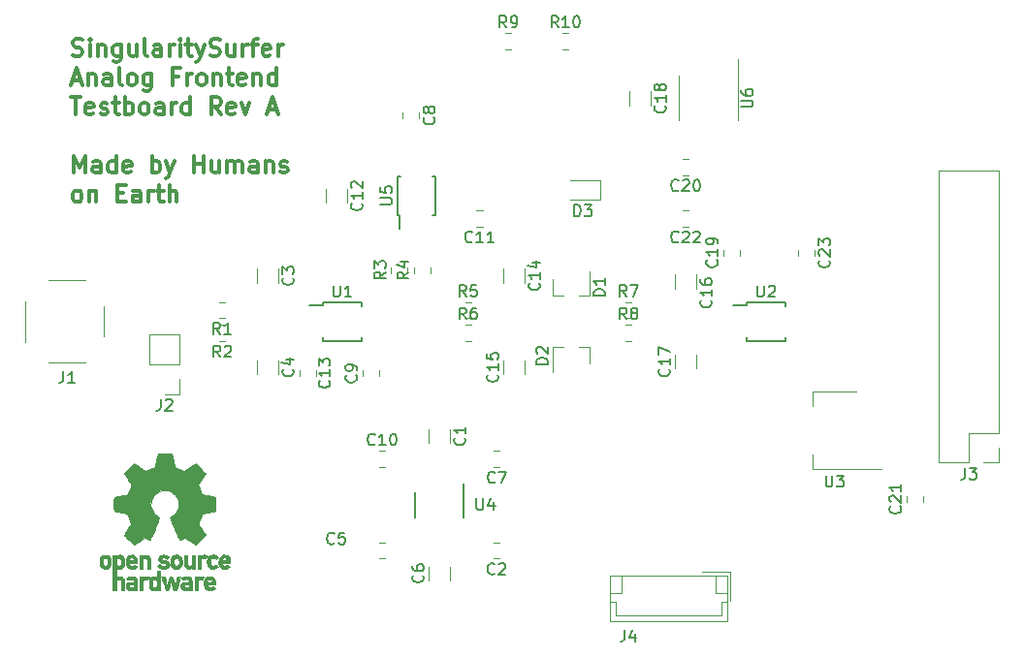
<source format=gbr>
G04 #@! TF.GenerationSoftware,KiCad,Pcbnew,5.1.4-e60b266~84~ubuntu18.04.1*
G04 #@! TF.CreationDate,2019-09-09T22:31:15+02:00*
G04 #@! TF.ProjectId,Frontend_test,46726f6e-7465-46e6-945f-746573742e6b,rev?*
G04 #@! TF.SameCoordinates,Original*
G04 #@! TF.FileFunction,Legend,Top*
G04 #@! TF.FilePolarity,Positive*
%FSLAX46Y46*%
G04 Gerber Fmt 4.6, Leading zero omitted, Abs format (unit mm)*
G04 Created by KiCad (PCBNEW 5.1.4-e60b266~84~ubuntu18.04.1) date 2019-09-09 22:31:15*
%MOMM*%
%LPD*%
G04 APERTURE LIST*
%ADD10C,0.300000*%
%ADD11C,0.010000*%
%ADD12C,0.120000*%
%ADD13C,0.150000*%
G04 APERTURE END LIST*
D10*
X115480714Y-86732142D02*
X115695000Y-86803571D01*
X116052142Y-86803571D01*
X116195000Y-86732142D01*
X116266428Y-86660714D01*
X116337857Y-86517857D01*
X116337857Y-86375000D01*
X116266428Y-86232142D01*
X116195000Y-86160714D01*
X116052142Y-86089285D01*
X115766428Y-86017857D01*
X115623571Y-85946428D01*
X115552142Y-85875000D01*
X115480714Y-85732142D01*
X115480714Y-85589285D01*
X115552142Y-85446428D01*
X115623571Y-85375000D01*
X115766428Y-85303571D01*
X116123571Y-85303571D01*
X116337857Y-85375000D01*
X116980714Y-86803571D02*
X116980714Y-85803571D01*
X116980714Y-85303571D02*
X116909285Y-85375000D01*
X116980714Y-85446428D01*
X117052142Y-85375000D01*
X116980714Y-85303571D01*
X116980714Y-85446428D01*
X117695000Y-85803571D02*
X117695000Y-86803571D01*
X117695000Y-85946428D02*
X117766428Y-85875000D01*
X117909285Y-85803571D01*
X118123571Y-85803571D01*
X118266428Y-85875000D01*
X118337857Y-86017857D01*
X118337857Y-86803571D01*
X119695000Y-85803571D02*
X119695000Y-87017857D01*
X119623571Y-87160714D01*
X119552142Y-87232142D01*
X119409285Y-87303571D01*
X119195000Y-87303571D01*
X119052142Y-87232142D01*
X119695000Y-86732142D02*
X119552142Y-86803571D01*
X119266428Y-86803571D01*
X119123571Y-86732142D01*
X119052142Y-86660714D01*
X118980714Y-86517857D01*
X118980714Y-86089285D01*
X119052142Y-85946428D01*
X119123571Y-85875000D01*
X119266428Y-85803571D01*
X119552142Y-85803571D01*
X119695000Y-85875000D01*
X121052142Y-85803571D02*
X121052142Y-86803571D01*
X120409285Y-85803571D02*
X120409285Y-86589285D01*
X120480714Y-86732142D01*
X120623571Y-86803571D01*
X120837857Y-86803571D01*
X120980714Y-86732142D01*
X121052142Y-86660714D01*
X121980714Y-86803571D02*
X121837857Y-86732142D01*
X121766428Y-86589285D01*
X121766428Y-85303571D01*
X123195000Y-86803571D02*
X123195000Y-86017857D01*
X123123571Y-85875000D01*
X122980714Y-85803571D01*
X122695000Y-85803571D01*
X122552142Y-85875000D01*
X123195000Y-86732142D02*
X123052142Y-86803571D01*
X122695000Y-86803571D01*
X122552142Y-86732142D01*
X122480714Y-86589285D01*
X122480714Y-86446428D01*
X122552142Y-86303571D01*
X122695000Y-86232142D01*
X123052142Y-86232142D01*
X123195000Y-86160714D01*
X123909285Y-86803571D02*
X123909285Y-85803571D01*
X123909285Y-86089285D02*
X123980714Y-85946428D01*
X124052142Y-85875000D01*
X124195000Y-85803571D01*
X124337857Y-85803571D01*
X124837857Y-86803571D02*
X124837857Y-85803571D01*
X124837857Y-85303571D02*
X124766428Y-85375000D01*
X124837857Y-85446428D01*
X124909285Y-85375000D01*
X124837857Y-85303571D01*
X124837857Y-85446428D01*
X125337857Y-85803571D02*
X125909285Y-85803571D01*
X125552142Y-85303571D02*
X125552142Y-86589285D01*
X125623571Y-86732142D01*
X125766428Y-86803571D01*
X125909285Y-86803571D01*
X126266428Y-85803571D02*
X126623571Y-86803571D01*
X126980714Y-85803571D02*
X126623571Y-86803571D01*
X126480714Y-87160714D01*
X126409285Y-87232142D01*
X126266428Y-87303571D01*
X127480714Y-86732142D02*
X127695000Y-86803571D01*
X128052142Y-86803571D01*
X128195000Y-86732142D01*
X128266428Y-86660714D01*
X128337857Y-86517857D01*
X128337857Y-86375000D01*
X128266428Y-86232142D01*
X128195000Y-86160714D01*
X128052142Y-86089285D01*
X127766428Y-86017857D01*
X127623571Y-85946428D01*
X127552142Y-85875000D01*
X127480714Y-85732142D01*
X127480714Y-85589285D01*
X127552142Y-85446428D01*
X127623571Y-85375000D01*
X127766428Y-85303571D01*
X128123571Y-85303571D01*
X128337857Y-85375000D01*
X129623571Y-85803571D02*
X129623571Y-86803571D01*
X128980714Y-85803571D02*
X128980714Y-86589285D01*
X129052142Y-86732142D01*
X129195000Y-86803571D01*
X129409285Y-86803571D01*
X129552142Y-86732142D01*
X129623571Y-86660714D01*
X130337857Y-86803571D02*
X130337857Y-85803571D01*
X130337857Y-86089285D02*
X130409285Y-85946428D01*
X130480714Y-85875000D01*
X130623571Y-85803571D01*
X130766428Y-85803571D01*
X131052142Y-85803571D02*
X131623571Y-85803571D01*
X131266428Y-86803571D02*
X131266428Y-85517857D01*
X131337857Y-85375000D01*
X131480714Y-85303571D01*
X131623571Y-85303571D01*
X132695000Y-86732142D02*
X132552142Y-86803571D01*
X132266428Y-86803571D01*
X132123571Y-86732142D01*
X132052142Y-86589285D01*
X132052142Y-86017857D01*
X132123571Y-85875000D01*
X132266428Y-85803571D01*
X132552142Y-85803571D01*
X132695000Y-85875000D01*
X132766428Y-86017857D01*
X132766428Y-86160714D01*
X132052142Y-86303571D01*
X133409285Y-86803571D02*
X133409285Y-85803571D01*
X133409285Y-86089285D02*
X133480714Y-85946428D01*
X133552142Y-85875000D01*
X133695000Y-85803571D01*
X133837857Y-85803571D01*
X115480714Y-88925000D02*
X116195000Y-88925000D01*
X115337857Y-89353571D02*
X115837857Y-87853571D01*
X116337857Y-89353571D01*
X116837857Y-88353571D02*
X116837857Y-89353571D01*
X116837857Y-88496428D02*
X116909285Y-88425000D01*
X117052142Y-88353571D01*
X117266428Y-88353571D01*
X117409285Y-88425000D01*
X117480714Y-88567857D01*
X117480714Y-89353571D01*
X118837857Y-89353571D02*
X118837857Y-88567857D01*
X118766428Y-88425000D01*
X118623571Y-88353571D01*
X118337857Y-88353571D01*
X118195000Y-88425000D01*
X118837857Y-89282142D02*
X118695000Y-89353571D01*
X118337857Y-89353571D01*
X118195000Y-89282142D01*
X118123571Y-89139285D01*
X118123571Y-88996428D01*
X118195000Y-88853571D01*
X118337857Y-88782142D01*
X118695000Y-88782142D01*
X118837857Y-88710714D01*
X119766428Y-89353571D02*
X119623571Y-89282142D01*
X119552142Y-89139285D01*
X119552142Y-87853571D01*
X120552142Y-89353571D02*
X120409285Y-89282142D01*
X120337857Y-89210714D01*
X120266428Y-89067857D01*
X120266428Y-88639285D01*
X120337857Y-88496428D01*
X120409285Y-88425000D01*
X120552142Y-88353571D01*
X120766428Y-88353571D01*
X120909285Y-88425000D01*
X120980714Y-88496428D01*
X121052142Y-88639285D01*
X121052142Y-89067857D01*
X120980714Y-89210714D01*
X120909285Y-89282142D01*
X120766428Y-89353571D01*
X120552142Y-89353571D01*
X122337857Y-88353571D02*
X122337857Y-89567857D01*
X122266428Y-89710714D01*
X122195000Y-89782142D01*
X122052142Y-89853571D01*
X121837857Y-89853571D01*
X121695000Y-89782142D01*
X122337857Y-89282142D02*
X122195000Y-89353571D01*
X121909285Y-89353571D01*
X121766428Y-89282142D01*
X121695000Y-89210714D01*
X121623571Y-89067857D01*
X121623571Y-88639285D01*
X121695000Y-88496428D01*
X121766428Y-88425000D01*
X121909285Y-88353571D01*
X122195000Y-88353571D01*
X122337857Y-88425000D01*
X124695000Y-88567857D02*
X124195000Y-88567857D01*
X124195000Y-89353571D02*
X124195000Y-87853571D01*
X124909285Y-87853571D01*
X125480714Y-89353571D02*
X125480714Y-88353571D01*
X125480714Y-88639285D02*
X125552142Y-88496428D01*
X125623571Y-88425000D01*
X125766428Y-88353571D01*
X125909285Y-88353571D01*
X126623571Y-89353571D02*
X126480714Y-89282142D01*
X126409285Y-89210714D01*
X126337857Y-89067857D01*
X126337857Y-88639285D01*
X126409285Y-88496428D01*
X126480714Y-88425000D01*
X126623571Y-88353571D01*
X126837857Y-88353571D01*
X126980714Y-88425000D01*
X127052142Y-88496428D01*
X127123571Y-88639285D01*
X127123571Y-89067857D01*
X127052142Y-89210714D01*
X126980714Y-89282142D01*
X126837857Y-89353571D01*
X126623571Y-89353571D01*
X127766428Y-88353571D02*
X127766428Y-89353571D01*
X127766428Y-88496428D02*
X127837857Y-88425000D01*
X127980714Y-88353571D01*
X128195000Y-88353571D01*
X128337857Y-88425000D01*
X128409285Y-88567857D01*
X128409285Y-89353571D01*
X128909285Y-88353571D02*
X129480714Y-88353571D01*
X129123571Y-87853571D02*
X129123571Y-89139285D01*
X129195000Y-89282142D01*
X129337857Y-89353571D01*
X129480714Y-89353571D01*
X130552142Y-89282142D02*
X130409285Y-89353571D01*
X130123571Y-89353571D01*
X129980714Y-89282142D01*
X129909285Y-89139285D01*
X129909285Y-88567857D01*
X129980714Y-88425000D01*
X130123571Y-88353571D01*
X130409285Y-88353571D01*
X130552142Y-88425000D01*
X130623571Y-88567857D01*
X130623571Y-88710714D01*
X129909285Y-88853571D01*
X131266428Y-88353571D02*
X131266428Y-89353571D01*
X131266428Y-88496428D02*
X131337857Y-88425000D01*
X131480714Y-88353571D01*
X131695000Y-88353571D01*
X131837857Y-88425000D01*
X131909285Y-88567857D01*
X131909285Y-89353571D01*
X133266428Y-89353571D02*
X133266428Y-87853571D01*
X133266428Y-89282142D02*
X133123571Y-89353571D01*
X132837857Y-89353571D01*
X132695000Y-89282142D01*
X132623571Y-89210714D01*
X132552142Y-89067857D01*
X132552142Y-88639285D01*
X132623571Y-88496428D01*
X132695000Y-88425000D01*
X132837857Y-88353571D01*
X133123571Y-88353571D01*
X133266428Y-88425000D01*
X115337857Y-90403571D02*
X116195000Y-90403571D01*
X115766428Y-91903571D02*
X115766428Y-90403571D01*
X117266428Y-91832142D02*
X117123571Y-91903571D01*
X116837857Y-91903571D01*
X116695000Y-91832142D01*
X116623571Y-91689285D01*
X116623571Y-91117857D01*
X116695000Y-90975000D01*
X116837857Y-90903571D01*
X117123571Y-90903571D01*
X117266428Y-90975000D01*
X117337857Y-91117857D01*
X117337857Y-91260714D01*
X116623571Y-91403571D01*
X117909285Y-91832142D02*
X118052142Y-91903571D01*
X118337857Y-91903571D01*
X118480714Y-91832142D01*
X118552142Y-91689285D01*
X118552142Y-91617857D01*
X118480714Y-91475000D01*
X118337857Y-91403571D01*
X118123571Y-91403571D01*
X117980714Y-91332142D01*
X117909285Y-91189285D01*
X117909285Y-91117857D01*
X117980714Y-90975000D01*
X118123571Y-90903571D01*
X118337857Y-90903571D01*
X118480714Y-90975000D01*
X118980714Y-90903571D02*
X119552142Y-90903571D01*
X119195000Y-90403571D02*
X119195000Y-91689285D01*
X119266428Y-91832142D01*
X119409285Y-91903571D01*
X119552142Y-91903571D01*
X120052142Y-91903571D02*
X120052142Y-90403571D01*
X120052142Y-90975000D02*
X120195000Y-90903571D01*
X120480714Y-90903571D01*
X120623571Y-90975000D01*
X120695000Y-91046428D01*
X120766428Y-91189285D01*
X120766428Y-91617857D01*
X120695000Y-91760714D01*
X120623571Y-91832142D01*
X120480714Y-91903571D01*
X120195000Y-91903571D01*
X120052142Y-91832142D01*
X121623571Y-91903571D02*
X121480714Y-91832142D01*
X121409285Y-91760714D01*
X121337857Y-91617857D01*
X121337857Y-91189285D01*
X121409285Y-91046428D01*
X121480714Y-90975000D01*
X121623571Y-90903571D01*
X121837857Y-90903571D01*
X121980714Y-90975000D01*
X122052142Y-91046428D01*
X122123571Y-91189285D01*
X122123571Y-91617857D01*
X122052142Y-91760714D01*
X121980714Y-91832142D01*
X121837857Y-91903571D01*
X121623571Y-91903571D01*
X123409285Y-91903571D02*
X123409285Y-91117857D01*
X123337857Y-90975000D01*
X123195000Y-90903571D01*
X122909285Y-90903571D01*
X122766428Y-90975000D01*
X123409285Y-91832142D02*
X123266428Y-91903571D01*
X122909285Y-91903571D01*
X122766428Y-91832142D01*
X122695000Y-91689285D01*
X122695000Y-91546428D01*
X122766428Y-91403571D01*
X122909285Y-91332142D01*
X123266428Y-91332142D01*
X123409285Y-91260714D01*
X124123571Y-91903571D02*
X124123571Y-90903571D01*
X124123571Y-91189285D02*
X124195000Y-91046428D01*
X124266428Y-90975000D01*
X124409285Y-90903571D01*
X124552142Y-90903571D01*
X125695000Y-91903571D02*
X125695000Y-90403571D01*
X125695000Y-91832142D02*
X125552142Y-91903571D01*
X125266428Y-91903571D01*
X125123571Y-91832142D01*
X125052142Y-91760714D01*
X124980714Y-91617857D01*
X124980714Y-91189285D01*
X125052142Y-91046428D01*
X125123571Y-90975000D01*
X125266428Y-90903571D01*
X125552142Y-90903571D01*
X125695000Y-90975000D01*
X128409285Y-91903571D02*
X127909285Y-91189285D01*
X127552142Y-91903571D02*
X127552142Y-90403571D01*
X128123571Y-90403571D01*
X128266428Y-90475000D01*
X128337857Y-90546428D01*
X128409285Y-90689285D01*
X128409285Y-90903571D01*
X128337857Y-91046428D01*
X128266428Y-91117857D01*
X128123571Y-91189285D01*
X127552142Y-91189285D01*
X129623571Y-91832142D02*
X129480714Y-91903571D01*
X129195000Y-91903571D01*
X129052142Y-91832142D01*
X128980714Y-91689285D01*
X128980714Y-91117857D01*
X129052142Y-90975000D01*
X129195000Y-90903571D01*
X129480714Y-90903571D01*
X129623571Y-90975000D01*
X129695000Y-91117857D01*
X129695000Y-91260714D01*
X128980714Y-91403571D01*
X130195000Y-90903571D02*
X130552142Y-91903571D01*
X130909285Y-90903571D01*
X132552142Y-91475000D02*
X133266428Y-91475000D01*
X132409285Y-91903571D02*
X132909285Y-90403571D01*
X133409285Y-91903571D01*
X115552142Y-97003571D02*
X115552142Y-95503571D01*
X116052142Y-96575000D01*
X116552142Y-95503571D01*
X116552142Y-97003571D01*
X117909285Y-97003571D02*
X117909285Y-96217857D01*
X117837857Y-96075000D01*
X117695000Y-96003571D01*
X117409285Y-96003571D01*
X117266428Y-96075000D01*
X117909285Y-96932142D02*
X117766428Y-97003571D01*
X117409285Y-97003571D01*
X117266428Y-96932142D01*
X117195000Y-96789285D01*
X117195000Y-96646428D01*
X117266428Y-96503571D01*
X117409285Y-96432142D01*
X117766428Y-96432142D01*
X117909285Y-96360714D01*
X119266428Y-97003571D02*
X119266428Y-95503571D01*
X119266428Y-96932142D02*
X119123571Y-97003571D01*
X118837857Y-97003571D01*
X118695000Y-96932142D01*
X118623571Y-96860714D01*
X118552142Y-96717857D01*
X118552142Y-96289285D01*
X118623571Y-96146428D01*
X118695000Y-96075000D01*
X118837857Y-96003571D01*
X119123571Y-96003571D01*
X119266428Y-96075000D01*
X120552142Y-96932142D02*
X120409285Y-97003571D01*
X120123571Y-97003571D01*
X119980714Y-96932142D01*
X119909285Y-96789285D01*
X119909285Y-96217857D01*
X119980714Y-96075000D01*
X120123571Y-96003571D01*
X120409285Y-96003571D01*
X120552142Y-96075000D01*
X120623571Y-96217857D01*
X120623571Y-96360714D01*
X119909285Y-96503571D01*
X122409285Y-97003571D02*
X122409285Y-95503571D01*
X122409285Y-96075000D02*
X122552142Y-96003571D01*
X122837857Y-96003571D01*
X122980714Y-96075000D01*
X123052142Y-96146428D01*
X123123571Y-96289285D01*
X123123571Y-96717857D01*
X123052142Y-96860714D01*
X122980714Y-96932142D01*
X122837857Y-97003571D01*
X122552142Y-97003571D01*
X122409285Y-96932142D01*
X123623571Y-96003571D02*
X123980714Y-97003571D01*
X124337857Y-96003571D02*
X123980714Y-97003571D01*
X123837857Y-97360714D01*
X123766428Y-97432142D01*
X123623571Y-97503571D01*
X126052142Y-97003571D02*
X126052142Y-95503571D01*
X126052142Y-96217857D02*
X126909285Y-96217857D01*
X126909285Y-97003571D02*
X126909285Y-95503571D01*
X128266428Y-96003571D02*
X128266428Y-97003571D01*
X127623571Y-96003571D02*
X127623571Y-96789285D01*
X127695000Y-96932142D01*
X127837857Y-97003571D01*
X128052142Y-97003571D01*
X128195000Y-96932142D01*
X128266428Y-96860714D01*
X128980714Y-97003571D02*
X128980714Y-96003571D01*
X128980714Y-96146428D02*
X129052142Y-96075000D01*
X129195000Y-96003571D01*
X129409285Y-96003571D01*
X129552142Y-96075000D01*
X129623571Y-96217857D01*
X129623571Y-97003571D01*
X129623571Y-96217857D02*
X129695000Y-96075000D01*
X129837857Y-96003571D01*
X130052142Y-96003571D01*
X130195000Y-96075000D01*
X130266428Y-96217857D01*
X130266428Y-97003571D01*
X131623571Y-97003571D02*
X131623571Y-96217857D01*
X131552142Y-96075000D01*
X131409285Y-96003571D01*
X131123571Y-96003571D01*
X130980714Y-96075000D01*
X131623571Y-96932142D02*
X131480714Y-97003571D01*
X131123571Y-97003571D01*
X130980714Y-96932142D01*
X130909285Y-96789285D01*
X130909285Y-96646428D01*
X130980714Y-96503571D01*
X131123571Y-96432142D01*
X131480714Y-96432142D01*
X131623571Y-96360714D01*
X132337857Y-96003571D02*
X132337857Y-97003571D01*
X132337857Y-96146428D02*
X132409285Y-96075000D01*
X132552142Y-96003571D01*
X132766428Y-96003571D01*
X132909285Y-96075000D01*
X132980714Y-96217857D01*
X132980714Y-97003571D01*
X133623571Y-96932142D02*
X133766428Y-97003571D01*
X134052142Y-97003571D01*
X134195000Y-96932142D01*
X134266428Y-96789285D01*
X134266428Y-96717857D01*
X134195000Y-96575000D01*
X134052142Y-96503571D01*
X133837857Y-96503571D01*
X133695000Y-96432142D01*
X133623571Y-96289285D01*
X133623571Y-96217857D01*
X133695000Y-96075000D01*
X133837857Y-96003571D01*
X134052142Y-96003571D01*
X134195000Y-96075000D01*
X115766428Y-99553571D02*
X115623571Y-99482142D01*
X115552142Y-99410714D01*
X115480714Y-99267857D01*
X115480714Y-98839285D01*
X115552142Y-98696428D01*
X115623571Y-98625000D01*
X115766428Y-98553571D01*
X115980714Y-98553571D01*
X116123571Y-98625000D01*
X116195000Y-98696428D01*
X116266428Y-98839285D01*
X116266428Y-99267857D01*
X116195000Y-99410714D01*
X116123571Y-99482142D01*
X115980714Y-99553571D01*
X115766428Y-99553571D01*
X116909285Y-98553571D02*
X116909285Y-99553571D01*
X116909285Y-98696428D02*
X116980714Y-98625000D01*
X117123571Y-98553571D01*
X117337857Y-98553571D01*
X117480714Y-98625000D01*
X117552142Y-98767857D01*
X117552142Y-99553571D01*
X119409285Y-98767857D02*
X119909285Y-98767857D01*
X120123571Y-99553571D02*
X119409285Y-99553571D01*
X119409285Y-98053571D01*
X120123571Y-98053571D01*
X121409285Y-99553571D02*
X121409285Y-98767857D01*
X121337857Y-98625000D01*
X121195000Y-98553571D01*
X120909285Y-98553571D01*
X120766428Y-98625000D01*
X121409285Y-99482142D02*
X121266428Y-99553571D01*
X120909285Y-99553571D01*
X120766428Y-99482142D01*
X120695000Y-99339285D01*
X120695000Y-99196428D01*
X120766428Y-99053571D01*
X120909285Y-98982142D01*
X121266428Y-98982142D01*
X121409285Y-98910714D01*
X122123571Y-99553571D02*
X122123571Y-98553571D01*
X122123571Y-98839285D02*
X122195000Y-98696428D01*
X122266428Y-98625000D01*
X122409285Y-98553571D01*
X122552142Y-98553571D01*
X122837857Y-98553571D02*
X123409285Y-98553571D01*
X123052142Y-98053571D02*
X123052142Y-99339285D01*
X123123571Y-99482142D01*
X123266428Y-99553571D01*
X123409285Y-99553571D01*
X123909285Y-99553571D02*
X123909285Y-98053571D01*
X124552142Y-99553571D02*
X124552142Y-98767857D01*
X124480714Y-98625000D01*
X124337857Y-98553571D01*
X124123571Y-98553571D01*
X123980714Y-98625000D01*
X123909285Y-98696428D01*
D11*
G36*
X124246535Y-122133172D02*
G01*
X124359117Y-122730363D01*
X124774531Y-122901610D01*
X125189944Y-123072857D01*
X125688302Y-122733978D01*
X125827868Y-122639622D01*
X125954028Y-122555375D01*
X126060895Y-122485083D01*
X126142582Y-122432592D01*
X126193201Y-122401749D01*
X126206986Y-122395098D01*
X126231820Y-122412203D01*
X126284888Y-122459489D01*
X126360240Y-122530917D01*
X126451929Y-122620445D01*
X126554007Y-122722034D01*
X126660526Y-122829643D01*
X126765536Y-122937232D01*
X126863091Y-123038760D01*
X126947242Y-123128186D01*
X127012040Y-123199471D01*
X127051538Y-123246573D01*
X127060980Y-123262337D01*
X127047391Y-123291398D01*
X127009293Y-123355066D01*
X126950694Y-123447112D01*
X126875597Y-123561309D01*
X126788009Y-123691429D01*
X126737254Y-123765646D01*
X126644745Y-123901167D01*
X126562540Y-124023461D01*
X126494630Y-124126440D01*
X126445000Y-124204018D01*
X126417640Y-124250106D01*
X126413529Y-124259792D01*
X126422849Y-124287319D01*
X126448254Y-124351473D01*
X126485911Y-124443235D01*
X126531986Y-124553584D01*
X126582646Y-124673500D01*
X126634059Y-124793964D01*
X126682389Y-124905954D01*
X126723806Y-125000452D01*
X126754474Y-125068437D01*
X126770562Y-125100888D01*
X126771511Y-125102165D01*
X126796772Y-125108362D01*
X126864046Y-125122185D01*
X126966360Y-125142277D01*
X127096741Y-125167279D01*
X127248216Y-125195831D01*
X127336594Y-125212296D01*
X127498452Y-125243114D01*
X127644649Y-125272439D01*
X127767787Y-125298666D01*
X127860469Y-125320191D01*
X127915301Y-125335410D01*
X127926323Y-125340238D01*
X127937119Y-125372919D01*
X127945829Y-125446730D01*
X127952460Y-125553037D01*
X127957018Y-125683212D01*
X127959509Y-125828621D01*
X127959938Y-125980635D01*
X127958311Y-126130622D01*
X127954635Y-126269951D01*
X127948915Y-126389990D01*
X127941158Y-126482110D01*
X127931368Y-126537677D01*
X127925496Y-126549245D01*
X127890399Y-126563110D01*
X127816028Y-126582933D01*
X127712223Y-126606384D01*
X127588819Y-126631136D01*
X127545741Y-126639143D01*
X127338047Y-126677186D01*
X127173984Y-126707824D01*
X127048130Y-126732274D01*
X126955065Y-126751754D01*
X126889367Y-126767481D01*
X126845617Y-126780673D01*
X126818392Y-126792549D01*
X126802272Y-126804325D01*
X126800017Y-126806653D01*
X126777503Y-126844145D01*
X126743158Y-126917110D01*
X126700411Y-127016612D01*
X126652692Y-127133718D01*
X126603430Y-127259493D01*
X126556055Y-127385002D01*
X126513995Y-127501310D01*
X126480680Y-127599484D01*
X126459541Y-127670588D01*
X126454005Y-127705687D01*
X126454466Y-127706917D01*
X126473223Y-127735606D01*
X126515776Y-127798730D01*
X126577653Y-127889718D01*
X126654382Y-128002000D01*
X126741491Y-128129005D01*
X126766299Y-128165098D01*
X126854753Y-128295948D01*
X126932588Y-128415336D01*
X126995566Y-128516407D01*
X127039445Y-128592304D01*
X127059985Y-128636172D01*
X127060980Y-128641562D01*
X127043722Y-128669889D01*
X126996036Y-128726006D01*
X126924050Y-128803882D01*
X126833897Y-128897485D01*
X126731705Y-129000786D01*
X126623606Y-129107751D01*
X126515728Y-129212351D01*
X126414204Y-129308554D01*
X126325162Y-129390329D01*
X126254733Y-129451645D01*
X126209047Y-129486471D01*
X126196409Y-129492157D01*
X126166991Y-129478765D01*
X126106761Y-129442644D01*
X126025530Y-129389881D01*
X125963030Y-129347412D01*
X125849785Y-129269485D01*
X125715674Y-129177729D01*
X125581155Y-129086120D01*
X125508833Y-129037091D01*
X125264038Y-128871515D01*
X125058551Y-128982620D01*
X124964936Y-129031293D01*
X124885330Y-129069126D01*
X124831467Y-129090703D01*
X124817757Y-129093706D01*
X124801270Y-129071538D01*
X124768745Y-129008894D01*
X124722609Y-128911554D01*
X124665290Y-128785294D01*
X124599216Y-128635895D01*
X124526815Y-128469133D01*
X124450516Y-128290787D01*
X124372746Y-128106636D01*
X124295934Y-127922457D01*
X124222506Y-127744030D01*
X124154892Y-127577132D01*
X124095520Y-127427542D01*
X124046816Y-127301038D01*
X124011210Y-127203399D01*
X123991130Y-127140402D01*
X123987900Y-127118766D01*
X124013496Y-127091169D01*
X124069539Y-127046370D01*
X124144311Y-126993679D01*
X124150587Y-126989510D01*
X124343845Y-126834814D01*
X124499674Y-126654336D01*
X124616724Y-126453847D01*
X124693645Y-126239119D01*
X124729086Y-126015922D01*
X124721697Y-125790026D01*
X124670127Y-125567204D01*
X124573026Y-125353224D01*
X124544458Y-125306409D01*
X124395868Y-125117363D01*
X124220327Y-124965557D01*
X124023910Y-124851779D01*
X123812693Y-124776820D01*
X123592753Y-124741467D01*
X123370163Y-124746512D01*
X123151001Y-124792744D01*
X122941342Y-124880951D01*
X122747261Y-125011924D01*
X122687226Y-125065082D01*
X122534435Y-125231484D01*
X122423097Y-125406657D01*
X122346723Y-125603011D01*
X122304187Y-125797462D01*
X122293686Y-126016087D01*
X122328701Y-126235797D01*
X122405673Y-126449165D01*
X122521047Y-126648767D01*
X122671266Y-126827174D01*
X122852773Y-126976962D01*
X122876627Y-126992751D01*
X122952201Y-127044457D01*
X123009651Y-127089257D01*
X123037117Y-127117862D01*
X123037517Y-127118766D01*
X123031620Y-127149709D01*
X123008245Y-127219936D01*
X122969821Y-127323670D01*
X122918777Y-127455135D01*
X122857542Y-127608552D01*
X122788544Y-127778146D01*
X122714214Y-127958138D01*
X122636978Y-128142753D01*
X122559268Y-128326213D01*
X122483511Y-128502741D01*
X122412137Y-128666559D01*
X122347574Y-128811892D01*
X122292252Y-128932962D01*
X122248600Y-129023992D01*
X122219046Y-129079205D01*
X122207144Y-129093706D01*
X122170777Y-129082414D01*
X122102730Y-129052130D01*
X122014737Y-129008265D01*
X121966351Y-128982620D01*
X121760863Y-128871515D01*
X121516068Y-129037091D01*
X121391106Y-129121915D01*
X121254295Y-129215261D01*
X121126089Y-129303153D01*
X121061871Y-129347412D01*
X120971551Y-129408063D01*
X120895071Y-129456126D01*
X120842407Y-129485515D01*
X120825302Y-129491727D01*
X120800405Y-129474968D01*
X120745305Y-129428181D01*
X120665343Y-129356225D01*
X120565861Y-129263957D01*
X120452200Y-129156235D01*
X120380315Y-129087071D01*
X120254551Y-128963502D01*
X120145863Y-128852979D01*
X120058645Y-128760230D01*
X119997289Y-128689982D01*
X119966191Y-128646965D01*
X119963208Y-128638235D01*
X119977053Y-128605029D01*
X120015312Y-128537887D01*
X120073742Y-128443608D01*
X120148097Y-128328990D01*
X120234135Y-128200828D01*
X120258603Y-128165098D01*
X120347755Y-128035234D01*
X120427738Y-127918314D01*
X120494080Y-127820907D01*
X120542311Y-127749584D01*
X120567957Y-127710915D01*
X120570435Y-127706917D01*
X120566729Y-127676100D01*
X120547061Y-127608344D01*
X120514860Y-127512584D01*
X120473555Y-127397754D01*
X120426575Y-127272789D01*
X120377349Y-127146624D01*
X120329308Y-127028193D01*
X120285881Y-126926430D01*
X120250496Y-126850271D01*
X120226584Y-126808649D01*
X120224884Y-126806653D01*
X120210262Y-126794758D01*
X120185565Y-126782995D01*
X120145372Y-126770146D01*
X120084263Y-126754994D01*
X119996817Y-126736321D01*
X119877612Y-126712910D01*
X119721227Y-126683542D01*
X119522243Y-126647000D01*
X119479160Y-126639143D01*
X119351471Y-126614472D01*
X119240153Y-126590338D01*
X119155045Y-126569069D01*
X119105983Y-126552993D01*
X119099405Y-126549245D01*
X119088564Y-126516018D01*
X119079753Y-126441766D01*
X119072976Y-126335121D01*
X119068240Y-126204712D01*
X119065550Y-126059172D01*
X119064913Y-125907131D01*
X119066334Y-125757221D01*
X119069820Y-125618073D01*
X119075376Y-125498317D01*
X119083008Y-125406586D01*
X119092722Y-125351511D01*
X119098578Y-125340238D01*
X119131180Y-125328868D01*
X119205418Y-125310369D01*
X119313896Y-125286347D01*
X119449217Y-125258407D01*
X119603985Y-125228153D01*
X119688308Y-125212296D01*
X119848296Y-125182389D01*
X119990967Y-125155295D01*
X120109348Y-125132376D01*
X120196465Y-125114988D01*
X120245345Y-125104492D01*
X120253390Y-125102165D01*
X120266987Y-125075931D01*
X120295729Y-125012740D01*
X120335785Y-124921622D01*
X120383324Y-124811602D01*
X120434515Y-124691710D01*
X120485526Y-124570972D01*
X120532526Y-124458416D01*
X120571684Y-124363071D01*
X120599169Y-124293962D01*
X120611149Y-124260119D01*
X120611372Y-124258640D01*
X120597791Y-124231942D01*
X120559715Y-124170505D01*
X120501147Y-124080434D01*
X120426088Y-123967835D01*
X120338540Y-123838815D01*
X120287647Y-123764706D01*
X120194909Y-123628822D01*
X120112541Y-123505454D01*
X120044561Y-123400842D01*
X119994988Y-123321228D01*
X119967842Y-123272852D01*
X119963921Y-123262007D01*
X119980775Y-123236765D01*
X120027368Y-123182869D01*
X120097749Y-123106358D01*
X120185965Y-123013268D01*
X120286065Y-122909640D01*
X120392098Y-122801509D01*
X120498111Y-122694915D01*
X120598152Y-122595895D01*
X120686270Y-122510487D01*
X120756513Y-122444730D01*
X120802928Y-122404661D01*
X120818456Y-122395098D01*
X120843739Y-122408545D01*
X120904211Y-122446320D01*
X120993992Y-122504580D01*
X121107203Y-122579479D01*
X121237964Y-122667170D01*
X121336600Y-122733978D01*
X121834957Y-123072857D01*
X122250371Y-122901610D01*
X122665784Y-122730363D01*
X122778366Y-122133172D01*
X122890949Y-121535980D01*
X124133952Y-121535980D01*
X124246535Y-122133172D01*
X124246535Y-122133172D01*
G37*
X124246535Y-122133172D02*
X124359117Y-122730363D01*
X124774531Y-122901610D01*
X125189944Y-123072857D01*
X125688302Y-122733978D01*
X125827868Y-122639622D01*
X125954028Y-122555375D01*
X126060895Y-122485083D01*
X126142582Y-122432592D01*
X126193201Y-122401749D01*
X126206986Y-122395098D01*
X126231820Y-122412203D01*
X126284888Y-122459489D01*
X126360240Y-122530917D01*
X126451929Y-122620445D01*
X126554007Y-122722034D01*
X126660526Y-122829643D01*
X126765536Y-122937232D01*
X126863091Y-123038760D01*
X126947242Y-123128186D01*
X127012040Y-123199471D01*
X127051538Y-123246573D01*
X127060980Y-123262337D01*
X127047391Y-123291398D01*
X127009293Y-123355066D01*
X126950694Y-123447112D01*
X126875597Y-123561309D01*
X126788009Y-123691429D01*
X126737254Y-123765646D01*
X126644745Y-123901167D01*
X126562540Y-124023461D01*
X126494630Y-124126440D01*
X126445000Y-124204018D01*
X126417640Y-124250106D01*
X126413529Y-124259792D01*
X126422849Y-124287319D01*
X126448254Y-124351473D01*
X126485911Y-124443235D01*
X126531986Y-124553584D01*
X126582646Y-124673500D01*
X126634059Y-124793964D01*
X126682389Y-124905954D01*
X126723806Y-125000452D01*
X126754474Y-125068437D01*
X126770562Y-125100888D01*
X126771511Y-125102165D01*
X126796772Y-125108362D01*
X126864046Y-125122185D01*
X126966360Y-125142277D01*
X127096741Y-125167279D01*
X127248216Y-125195831D01*
X127336594Y-125212296D01*
X127498452Y-125243114D01*
X127644649Y-125272439D01*
X127767787Y-125298666D01*
X127860469Y-125320191D01*
X127915301Y-125335410D01*
X127926323Y-125340238D01*
X127937119Y-125372919D01*
X127945829Y-125446730D01*
X127952460Y-125553037D01*
X127957018Y-125683212D01*
X127959509Y-125828621D01*
X127959938Y-125980635D01*
X127958311Y-126130622D01*
X127954635Y-126269951D01*
X127948915Y-126389990D01*
X127941158Y-126482110D01*
X127931368Y-126537677D01*
X127925496Y-126549245D01*
X127890399Y-126563110D01*
X127816028Y-126582933D01*
X127712223Y-126606384D01*
X127588819Y-126631136D01*
X127545741Y-126639143D01*
X127338047Y-126677186D01*
X127173984Y-126707824D01*
X127048130Y-126732274D01*
X126955065Y-126751754D01*
X126889367Y-126767481D01*
X126845617Y-126780673D01*
X126818392Y-126792549D01*
X126802272Y-126804325D01*
X126800017Y-126806653D01*
X126777503Y-126844145D01*
X126743158Y-126917110D01*
X126700411Y-127016612D01*
X126652692Y-127133718D01*
X126603430Y-127259493D01*
X126556055Y-127385002D01*
X126513995Y-127501310D01*
X126480680Y-127599484D01*
X126459541Y-127670588D01*
X126454005Y-127705687D01*
X126454466Y-127706917D01*
X126473223Y-127735606D01*
X126515776Y-127798730D01*
X126577653Y-127889718D01*
X126654382Y-128002000D01*
X126741491Y-128129005D01*
X126766299Y-128165098D01*
X126854753Y-128295948D01*
X126932588Y-128415336D01*
X126995566Y-128516407D01*
X127039445Y-128592304D01*
X127059985Y-128636172D01*
X127060980Y-128641562D01*
X127043722Y-128669889D01*
X126996036Y-128726006D01*
X126924050Y-128803882D01*
X126833897Y-128897485D01*
X126731705Y-129000786D01*
X126623606Y-129107751D01*
X126515728Y-129212351D01*
X126414204Y-129308554D01*
X126325162Y-129390329D01*
X126254733Y-129451645D01*
X126209047Y-129486471D01*
X126196409Y-129492157D01*
X126166991Y-129478765D01*
X126106761Y-129442644D01*
X126025530Y-129389881D01*
X125963030Y-129347412D01*
X125849785Y-129269485D01*
X125715674Y-129177729D01*
X125581155Y-129086120D01*
X125508833Y-129037091D01*
X125264038Y-128871515D01*
X125058551Y-128982620D01*
X124964936Y-129031293D01*
X124885330Y-129069126D01*
X124831467Y-129090703D01*
X124817757Y-129093706D01*
X124801270Y-129071538D01*
X124768745Y-129008894D01*
X124722609Y-128911554D01*
X124665290Y-128785294D01*
X124599216Y-128635895D01*
X124526815Y-128469133D01*
X124450516Y-128290787D01*
X124372746Y-128106636D01*
X124295934Y-127922457D01*
X124222506Y-127744030D01*
X124154892Y-127577132D01*
X124095520Y-127427542D01*
X124046816Y-127301038D01*
X124011210Y-127203399D01*
X123991130Y-127140402D01*
X123987900Y-127118766D01*
X124013496Y-127091169D01*
X124069539Y-127046370D01*
X124144311Y-126993679D01*
X124150587Y-126989510D01*
X124343845Y-126834814D01*
X124499674Y-126654336D01*
X124616724Y-126453847D01*
X124693645Y-126239119D01*
X124729086Y-126015922D01*
X124721697Y-125790026D01*
X124670127Y-125567204D01*
X124573026Y-125353224D01*
X124544458Y-125306409D01*
X124395868Y-125117363D01*
X124220327Y-124965557D01*
X124023910Y-124851779D01*
X123812693Y-124776820D01*
X123592753Y-124741467D01*
X123370163Y-124746512D01*
X123151001Y-124792744D01*
X122941342Y-124880951D01*
X122747261Y-125011924D01*
X122687226Y-125065082D01*
X122534435Y-125231484D01*
X122423097Y-125406657D01*
X122346723Y-125603011D01*
X122304187Y-125797462D01*
X122293686Y-126016087D01*
X122328701Y-126235797D01*
X122405673Y-126449165D01*
X122521047Y-126648767D01*
X122671266Y-126827174D01*
X122852773Y-126976962D01*
X122876627Y-126992751D01*
X122952201Y-127044457D01*
X123009651Y-127089257D01*
X123037117Y-127117862D01*
X123037517Y-127118766D01*
X123031620Y-127149709D01*
X123008245Y-127219936D01*
X122969821Y-127323670D01*
X122918777Y-127455135D01*
X122857542Y-127608552D01*
X122788544Y-127778146D01*
X122714214Y-127958138D01*
X122636978Y-128142753D01*
X122559268Y-128326213D01*
X122483511Y-128502741D01*
X122412137Y-128666559D01*
X122347574Y-128811892D01*
X122292252Y-128932962D01*
X122248600Y-129023992D01*
X122219046Y-129079205D01*
X122207144Y-129093706D01*
X122170777Y-129082414D01*
X122102730Y-129052130D01*
X122014737Y-129008265D01*
X121966351Y-128982620D01*
X121760863Y-128871515D01*
X121516068Y-129037091D01*
X121391106Y-129121915D01*
X121254295Y-129215261D01*
X121126089Y-129303153D01*
X121061871Y-129347412D01*
X120971551Y-129408063D01*
X120895071Y-129456126D01*
X120842407Y-129485515D01*
X120825302Y-129491727D01*
X120800405Y-129474968D01*
X120745305Y-129428181D01*
X120665343Y-129356225D01*
X120565861Y-129263957D01*
X120452200Y-129156235D01*
X120380315Y-129087071D01*
X120254551Y-128963502D01*
X120145863Y-128852979D01*
X120058645Y-128760230D01*
X119997289Y-128689982D01*
X119966191Y-128646965D01*
X119963208Y-128638235D01*
X119977053Y-128605029D01*
X120015312Y-128537887D01*
X120073742Y-128443608D01*
X120148097Y-128328990D01*
X120234135Y-128200828D01*
X120258603Y-128165098D01*
X120347755Y-128035234D01*
X120427738Y-127918314D01*
X120494080Y-127820907D01*
X120542311Y-127749584D01*
X120567957Y-127710915D01*
X120570435Y-127706917D01*
X120566729Y-127676100D01*
X120547061Y-127608344D01*
X120514860Y-127512584D01*
X120473555Y-127397754D01*
X120426575Y-127272789D01*
X120377349Y-127146624D01*
X120329308Y-127028193D01*
X120285881Y-126926430D01*
X120250496Y-126850271D01*
X120226584Y-126808649D01*
X120224884Y-126806653D01*
X120210262Y-126794758D01*
X120185565Y-126782995D01*
X120145372Y-126770146D01*
X120084263Y-126754994D01*
X119996817Y-126736321D01*
X119877612Y-126712910D01*
X119721227Y-126683542D01*
X119522243Y-126647000D01*
X119479160Y-126639143D01*
X119351471Y-126614472D01*
X119240153Y-126590338D01*
X119155045Y-126569069D01*
X119105983Y-126552993D01*
X119099405Y-126549245D01*
X119088564Y-126516018D01*
X119079753Y-126441766D01*
X119072976Y-126335121D01*
X119068240Y-126204712D01*
X119065550Y-126059172D01*
X119064913Y-125907131D01*
X119066334Y-125757221D01*
X119069820Y-125618073D01*
X119075376Y-125498317D01*
X119083008Y-125406586D01*
X119092722Y-125351511D01*
X119098578Y-125340238D01*
X119131180Y-125328868D01*
X119205418Y-125310369D01*
X119313896Y-125286347D01*
X119449217Y-125258407D01*
X119603985Y-125228153D01*
X119688308Y-125212296D01*
X119848296Y-125182389D01*
X119990967Y-125155295D01*
X120109348Y-125132376D01*
X120196465Y-125114988D01*
X120245345Y-125104492D01*
X120253390Y-125102165D01*
X120266987Y-125075931D01*
X120295729Y-125012740D01*
X120335785Y-124921622D01*
X120383324Y-124811602D01*
X120434515Y-124691710D01*
X120485526Y-124570972D01*
X120532526Y-124458416D01*
X120571684Y-124363071D01*
X120599169Y-124293962D01*
X120611149Y-124260119D01*
X120611372Y-124258640D01*
X120597791Y-124231942D01*
X120559715Y-124170505D01*
X120501147Y-124080434D01*
X120426088Y-123967835D01*
X120338540Y-123838815D01*
X120287647Y-123764706D01*
X120194909Y-123628822D01*
X120112541Y-123505454D01*
X120044561Y-123400842D01*
X119994988Y-123321228D01*
X119967842Y-123272852D01*
X119963921Y-123262007D01*
X119980775Y-123236765D01*
X120027368Y-123182869D01*
X120097749Y-123106358D01*
X120185965Y-123013268D01*
X120286065Y-122909640D01*
X120392098Y-122801509D01*
X120498111Y-122694915D01*
X120598152Y-122595895D01*
X120686270Y-122510487D01*
X120756513Y-122444730D01*
X120802928Y-122404661D01*
X120818456Y-122395098D01*
X120843739Y-122408545D01*
X120904211Y-122446320D01*
X120993992Y-122504580D01*
X121107203Y-122579479D01*
X121237964Y-122667170D01*
X121336600Y-122733978D01*
X121834957Y-123072857D01*
X122250371Y-122901610D01*
X122665784Y-122730363D01*
X122778366Y-122133172D01*
X122890949Y-121535980D01*
X124133952Y-121535980D01*
X124246535Y-122133172D01*
G36*
X127063637Y-130387472D02*
G01*
X127149290Y-130413641D01*
X127204437Y-130446707D01*
X127222401Y-130472855D01*
X127217457Y-130503852D01*
X127185372Y-130552547D01*
X127158243Y-130587035D01*
X127102317Y-130649383D01*
X127060299Y-130675615D01*
X127024480Y-130673903D01*
X126918224Y-130646863D01*
X126840189Y-130648091D01*
X126776820Y-130678735D01*
X126755546Y-130696670D01*
X126687451Y-130759779D01*
X126687451Y-131583922D01*
X126413529Y-131583922D01*
X126413529Y-130388628D01*
X126550490Y-130388628D01*
X126632719Y-130391879D01*
X126675144Y-130403426D01*
X126687445Y-130425952D01*
X126687451Y-130426620D01*
X126693260Y-130450215D01*
X126719531Y-130447138D01*
X126755931Y-130430115D01*
X126831111Y-130398439D01*
X126892158Y-130379381D01*
X126970708Y-130374496D01*
X127063637Y-130387472D01*
X127063637Y-130387472D01*
G37*
X127063637Y-130387472D02*
X127149290Y-130413641D01*
X127204437Y-130446707D01*
X127222401Y-130472855D01*
X127217457Y-130503852D01*
X127185372Y-130552547D01*
X127158243Y-130587035D01*
X127102317Y-130649383D01*
X127060299Y-130675615D01*
X127024480Y-130673903D01*
X126918224Y-130646863D01*
X126840189Y-130648091D01*
X126776820Y-130678735D01*
X126755546Y-130696670D01*
X126687451Y-130759779D01*
X126687451Y-131583922D01*
X126413529Y-131583922D01*
X126413529Y-130388628D01*
X126550490Y-130388628D01*
X126632719Y-130391879D01*
X126675144Y-130403426D01*
X126687445Y-130425952D01*
X126687451Y-130426620D01*
X126693260Y-130450215D01*
X126719531Y-130447138D01*
X126755931Y-130430115D01*
X126831111Y-130398439D01*
X126892158Y-130379381D01*
X126970708Y-130374496D01*
X127063637Y-130387472D01*
G36*
X122006760Y-130409199D02*
G01*
X122068736Y-130438802D01*
X122128759Y-130481561D01*
X122174486Y-130530775D01*
X122207793Y-130593544D01*
X122230555Y-130676971D01*
X122244647Y-130788159D01*
X122251942Y-130934209D01*
X122254318Y-131122223D01*
X122254355Y-131141912D01*
X122254902Y-131583922D01*
X121980980Y-131583922D01*
X121980980Y-131176435D01*
X121980785Y-131025471D01*
X121979436Y-130916056D01*
X121975788Y-130839933D01*
X121968696Y-130788848D01*
X121957013Y-130754545D01*
X121939594Y-130728768D01*
X121915329Y-130703298D01*
X121830435Y-130648571D01*
X121737761Y-130638416D01*
X121649473Y-130673017D01*
X121618770Y-130698770D01*
X121596229Y-130722982D01*
X121580046Y-130748912D01*
X121569168Y-130784708D01*
X121562542Y-130838519D01*
X121559115Y-130918493D01*
X121557834Y-131032779D01*
X121557647Y-131171907D01*
X121557647Y-131583922D01*
X121283725Y-131583922D01*
X121283725Y-130388628D01*
X121420686Y-130388628D01*
X121502916Y-130391879D01*
X121545340Y-130403426D01*
X121557641Y-130425952D01*
X121557647Y-130426620D01*
X121563354Y-130448681D01*
X121588527Y-130446177D01*
X121638578Y-130421937D01*
X121752094Y-130386271D01*
X121881945Y-130382305D01*
X122006760Y-130409199D01*
X122006760Y-130409199D01*
G37*
X122006760Y-130409199D02*
X122068736Y-130438802D01*
X122128759Y-130481561D01*
X122174486Y-130530775D01*
X122207793Y-130593544D01*
X122230555Y-130676971D01*
X122244647Y-130788159D01*
X122251942Y-130934209D01*
X122254318Y-131122223D01*
X122254355Y-131141912D01*
X122254902Y-131583922D01*
X121980980Y-131583922D01*
X121980980Y-131176435D01*
X121980785Y-131025471D01*
X121979436Y-130916056D01*
X121975788Y-130839933D01*
X121968696Y-130788848D01*
X121957013Y-130754545D01*
X121939594Y-130728768D01*
X121915329Y-130703298D01*
X121830435Y-130648571D01*
X121737761Y-130638416D01*
X121649473Y-130673017D01*
X121618770Y-130698770D01*
X121596229Y-130722982D01*
X121580046Y-130748912D01*
X121569168Y-130784708D01*
X121562542Y-130838519D01*
X121559115Y-130918493D01*
X121557834Y-131032779D01*
X121557647Y-131171907D01*
X121557647Y-131583922D01*
X121283725Y-131583922D01*
X121283725Y-130388628D01*
X121420686Y-130388628D01*
X121502916Y-130391879D01*
X121545340Y-130403426D01*
X121557641Y-130425952D01*
X121557647Y-130426620D01*
X121563354Y-130448681D01*
X121588527Y-130446177D01*
X121638578Y-130421937D01*
X121752094Y-130386271D01*
X121881945Y-130382305D01*
X122006760Y-130409199D01*
G36*
X128803287Y-130384355D02*
G01*
X128867051Y-130399845D01*
X128989300Y-130456569D01*
X129093834Y-130543202D01*
X129166180Y-130647074D01*
X129176119Y-130670396D01*
X129189754Y-130731484D01*
X129199298Y-130821853D01*
X129202549Y-130913190D01*
X129202549Y-131085882D01*
X128841470Y-131085882D01*
X128692546Y-131086445D01*
X128587632Y-131089864D01*
X128520937Y-131098731D01*
X128486666Y-131115641D01*
X128479028Y-131143189D01*
X128492229Y-131183968D01*
X128515877Y-131231683D01*
X128581843Y-131311314D01*
X128673512Y-131350987D01*
X128785555Y-131349695D01*
X128912472Y-131306514D01*
X129022158Y-131253224D01*
X129113173Y-131325191D01*
X129204188Y-131397157D01*
X129118563Y-131476269D01*
X129004250Y-131551017D01*
X128863666Y-131596084D01*
X128712449Y-131608696D01*
X128566236Y-131586079D01*
X128542647Y-131578405D01*
X128414141Y-131511296D01*
X128318551Y-131411247D01*
X128253861Y-131275271D01*
X128218057Y-131100380D01*
X128217640Y-131096632D01*
X128214434Y-130906032D01*
X128227393Y-130838035D01*
X128480392Y-130838035D01*
X128503627Y-130848491D01*
X128566710Y-130856500D01*
X128659706Y-130861073D01*
X128718638Y-130861765D01*
X128828537Y-130861332D01*
X128897252Y-130858578D01*
X128933405Y-130851321D01*
X128945615Y-130837376D01*
X128942504Y-130814562D01*
X128939894Y-130805735D01*
X128895344Y-130722800D01*
X128825279Y-130655960D01*
X128763446Y-130626589D01*
X128681301Y-130628362D01*
X128598062Y-130664990D01*
X128528238Y-130725634D01*
X128486337Y-130799456D01*
X128480392Y-130838035D01*
X128227393Y-130838035D01*
X128246385Y-130738395D01*
X128309773Y-130597711D01*
X128400878Y-130487974D01*
X128515978Y-130413174D01*
X128651355Y-130377304D01*
X128803287Y-130384355D01*
X128803287Y-130384355D01*
G37*
X128803287Y-130384355D02*
X128867051Y-130399845D01*
X128989300Y-130456569D01*
X129093834Y-130543202D01*
X129166180Y-130647074D01*
X129176119Y-130670396D01*
X129189754Y-130731484D01*
X129199298Y-130821853D01*
X129202549Y-130913190D01*
X129202549Y-131085882D01*
X128841470Y-131085882D01*
X128692546Y-131086445D01*
X128587632Y-131089864D01*
X128520937Y-131098731D01*
X128486666Y-131115641D01*
X128479028Y-131143189D01*
X128492229Y-131183968D01*
X128515877Y-131231683D01*
X128581843Y-131311314D01*
X128673512Y-131350987D01*
X128785555Y-131349695D01*
X128912472Y-131306514D01*
X129022158Y-131253224D01*
X129113173Y-131325191D01*
X129204188Y-131397157D01*
X129118563Y-131476269D01*
X129004250Y-131551017D01*
X128863666Y-131596084D01*
X128712449Y-131608696D01*
X128566236Y-131586079D01*
X128542647Y-131578405D01*
X128414141Y-131511296D01*
X128318551Y-131411247D01*
X128253861Y-131275271D01*
X128218057Y-131100380D01*
X128217640Y-131096632D01*
X128214434Y-130906032D01*
X128227393Y-130838035D01*
X128480392Y-130838035D01*
X128503627Y-130848491D01*
X128566710Y-130856500D01*
X128659706Y-130861073D01*
X128718638Y-130861765D01*
X128828537Y-130861332D01*
X128897252Y-130858578D01*
X128933405Y-130851321D01*
X128945615Y-130837376D01*
X128942504Y-130814562D01*
X128939894Y-130805735D01*
X128895344Y-130722800D01*
X128825279Y-130655960D01*
X128763446Y-130626589D01*
X128681301Y-130628362D01*
X128598062Y-130664990D01*
X128528238Y-130725634D01*
X128486337Y-130799456D01*
X128480392Y-130838035D01*
X128227393Y-130838035D01*
X128246385Y-130738395D01*
X128309773Y-130597711D01*
X128400878Y-130487974D01*
X128515978Y-130413174D01*
X128651355Y-130377304D01*
X128803287Y-130384355D01*
G36*
X127890976Y-130399056D02*
G01*
X128035256Y-130460348D01*
X128080699Y-130490185D01*
X128138779Y-130536036D01*
X128175238Y-130572089D01*
X128181568Y-130583832D01*
X128163693Y-130609889D01*
X128117950Y-130654105D01*
X128081328Y-130684965D01*
X127981088Y-130765520D01*
X127901935Y-130698918D01*
X127840769Y-130655921D01*
X127781129Y-130641079D01*
X127712872Y-130644704D01*
X127604482Y-130671652D01*
X127529872Y-130727587D01*
X127484530Y-130818014D01*
X127463947Y-130948435D01*
X127463942Y-130948517D01*
X127465722Y-131094290D01*
X127493387Y-131201245D01*
X127548571Y-131274064D01*
X127586192Y-131298723D01*
X127686105Y-131329431D01*
X127792822Y-131329449D01*
X127885669Y-131299655D01*
X127907647Y-131285098D01*
X127962765Y-131247914D01*
X128005859Y-131241820D01*
X128052335Y-131269496D01*
X128103716Y-131319205D01*
X128185046Y-131403116D01*
X128094749Y-131477546D01*
X127955236Y-131561549D01*
X127797912Y-131602947D01*
X127633503Y-131599950D01*
X127525531Y-131572500D01*
X127399331Y-131504620D01*
X127298401Y-131397831D01*
X127252548Y-131322451D01*
X127215410Y-131214297D01*
X127196827Y-131077318D01*
X127196684Y-130928864D01*
X127214865Y-130786281D01*
X127251255Y-130666918D01*
X127256987Y-130654680D01*
X127341865Y-130534655D01*
X127456782Y-130447267D01*
X127592659Y-130394329D01*
X127740417Y-130377654D01*
X127890976Y-130399056D01*
X127890976Y-130399056D01*
G37*
X127890976Y-130399056D02*
X128035256Y-130460348D01*
X128080699Y-130490185D01*
X128138779Y-130536036D01*
X128175238Y-130572089D01*
X128181568Y-130583832D01*
X128163693Y-130609889D01*
X128117950Y-130654105D01*
X128081328Y-130684965D01*
X127981088Y-130765520D01*
X127901935Y-130698918D01*
X127840769Y-130655921D01*
X127781129Y-130641079D01*
X127712872Y-130644704D01*
X127604482Y-130671652D01*
X127529872Y-130727587D01*
X127484530Y-130818014D01*
X127463947Y-130948435D01*
X127463942Y-130948517D01*
X127465722Y-131094290D01*
X127493387Y-131201245D01*
X127548571Y-131274064D01*
X127586192Y-131298723D01*
X127686105Y-131329431D01*
X127792822Y-131329449D01*
X127885669Y-131299655D01*
X127907647Y-131285098D01*
X127962765Y-131247914D01*
X128005859Y-131241820D01*
X128052335Y-131269496D01*
X128103716Y-131319205D01*
X128185046Y-131403116D01*
X128094749Y-131477546D01*
X127955236Y-131561549D01*
X127797912Y-131602947D01*
X127633503Y-131599950D01*
X127525531Y-131572500D01*
X127399331Y-131504620D01*
X127298401Y-131397831D01*
X127252548Y-131322451D01*
X127215410Y-131214297D01*
X127196827Y-131077318D01*
X127196684Y-130928864D01*
X127214865Y-130786281D01*
X127251255Y-130666918D01*
X127256987Y-130654680D01*
X127341865Y-130534655D01*
X127456782Y-130447267D01*
X127592659Y-130394329D01*
X127740417Y-130377654D01*
X127890976Y-130399056D01*
G36*
X125467254Y-130776245D02*
G01*
X125469608Y-130958879D01*
X125478207Y-131097600D01*
X125495360Y-131198147D01*
X125523374Y-131266254D01*
X125564557Y-131307659D01*
X125621217Y-131328097D01*
X125691372Y-131333318D01*
X125764848Y-131327468D01*
X125820657Y-131306093D01*
X125861109Y-131263458D01*
X125888509Y-131193825D01*
X125905167Y-131091460D01*
X125913389Y-130950624D01*
X125915490Y-130776245D01*
X125915490Y-130388628D01*
X126189411Y-130388628D01*
X126189411Y-131583922D01*
X126052451Y-131583922D01*
X125969884Y-131580576D01*
X125927368Y-131568826D01*
X125915490Y-131546520D01*
X125908336Y-131526654D01*
X125879865Y-131530857D01*
X125822476Y-131558971D01*
X125690945Y-131602342D01*
X125551438Y-131599270D01*
X125417765Y-131552174D01*
X125354108Y-131514971D01*
X125305553Y-131474691D01*
X125270081Y-131424291D01*
X125245674Y-131356729D01*
X125230313Y-131264965D01*
X125221982Y-131141955D01*
X125218662Y-130980659D01*
X125218235Y-130855928D01*
X125218235Y-130388628D01*
X125467254Y-130388628D01*
X125467254Y-130776245D01*
X125467254Y-130776245D01*
G37*
X125467254Y-130776245D02*
X125469608Y-130958879D01*
X125478207Y-131097600D01*
X125495360Y-131198147D01*
X125523374Y-131266254D01*
X125564557Y-131307659D01*
X125621217Y-131328097D01*
X125691372Y-131333318D01*
X125764848Y-131327468D01*
X125820657Y-131306093D01*
X125861109Y-131263458D01*
X125888509Y-131193825D01*
X125905167Y-131091460D01*
X125913389Y-130950624D01*
X125915490Y-130776245D01*
X125915490Y-130388628D01*
X126189411Y-130388628D01*
X126189411Y-131583922D01*
X126052451Y-131583922D01*
X125969884Y-131580576D01*
X125927368Y-131568826D01*
X125915490Y-131546520D01*
X125908336Y-131526654D01*
X125879865Y-131530857D01*
X125822476Y-131558971D01*
X125690945Y-131602342D01*
X125551438Y-131599270D01*
X125417765Y-131552174D01*
X125354108Y-131514971D01*
X125305553Y-131474691D01*
X125270081Y-131424291D01*
X125245674Y-131356729D01*
X125230313Y-131264965D01*
X125221982Y-131141955D01*
X125218662Y-130980659D01*
X125218235Y-130855928D01*
X125218235Y-130388628D01*
X125467254Y-130388628D01*
X125467254Y-130776245D01*
G36*
X124709547Y-130403364D02*
G01*
X124835502Y-130471959D01*
X124934047Y-130580245D01*
X124980478Y-130668315D01*
X125000412Y-130746101D01*
X125013328Y-130856993D01*
X125018863Y-130984738D01*
X125016654Y-131113084D01*
X125006337Y-131225779D01*
X124994286Y-131285969D01*
X124953634Y-131368311D01*
X124883230Y-131455770D01*
X124798382Y-131532251D01*
X124714397Y-131581655D01*
X124712349Y-131582439D01*
X124608134Y-131604027D01*
X124484627Y-131604562D01*
X124367261Y-131584908D01*
X124321942Y-131569155D01*
X124205220Y-131502966D01*
X124121624Y-131416246D01*
X124066701Y-131301438D01*
X124035995Y-131150982D01*
X124029047Y-131072173D01*
X124029933Y-130973145D01*
X124296862Y-130973145D01*
X124305854Y-131117645D01*
X124331736Y-131227760D01*
X124372868Y-131298116D01*
X124402172Y-131318235D01*
X124477251Y-131332265D01*
X124566494Y-131328111D01*
X124643650Y-131307922D01*
X124663883Y-131296815D01*
X124717265Y-131232123D01*
X124752500Y-131133119D01*
X124767498Y-131012632D01*
X124760172Y-130883494D01*
X124743799Y-130805775D01*
X124696790Y-130715771D01*
X124622582Y-130659509D01*
X124533209Y-130640057D01*
X124440707Y-130660481D01*
X124369653Y-130710437D01*
X124332312Y-130751655D01*
X124310518Y-130792281D01*
X124300130Y-130847264D01*
X124297006Y-130931549D01*
X124296862Y-130973145D01*
X124029933Y-130973145D01*
X124030930Y-130861874D01*
X124065180Y-130689423D01*
X124131802Y-130554814D01*
X124230799Y-130458040D01*
X124362175Y-130399094D01*
X124390385Y-130392259D01*
X124559926Y-130376213D01*
X124709547Y-130403364D01*
X124709547Y-130403364D01*
G37*
X124709547Y-130403364D02*
X124835502Y-130471959D01*
X124934047Y-130580245D01*
X124980478Y-130668315D01*
X125000412Y-130746101D01*
X125013328Y-130856993D01*
X125018863Y-130984738D01*
X125016654Y-131113084D01*
X125006337Y-131225779D01*
X124994286Y-131285969D01*
X124953634Y-131368311D01*
X124883230Y-131455770D01*
X124798382Y-131532251D01*
X124714397Y-131581655D01*
X124712349Y-131582439D01*
X124608134Y-131604027D01*
X124484627Y-131604562D01*
X124367261Y-131584908D01*
X124321942Y-131569155D01*
X124205220Y-131502966D01*
X124121624Y-131416246D01*
X124066701Y-131301438D01*
X124035995Y-131150982D01*
X124029047Y-131072173D01*
X124029933Y-130973145D01*
X124296862Y-130973145D01*
X124305854Y-131117645D01*
X124331736Y-131227760D01*
X124372868Y-131298116D01*
X124402172Y-131318235D01*
X124477251Y-131332265D01*
X124566494Y-131328111D01*
X124643650Y-131307922D01*
X124663883Y-131296815D01*
X124717265Y-131232123D01*
X124752500Y-131133119D01*
X124767498Y-131012632D01*
X124760172Y-130883494D01*
X124743799Y-130805775D01*
X124696790Y-130715771D01*
X124622582Y-130659509D01*
X124533209Y-130640057D01*
X124440707Y-130660481D01*
X124369653Y-130710437D01*
X124332312Y-130751655D01*
X124310518Y-130792281D01*
X124300130Y-130847264D01*
X124297006Y-130931549D01*
X124296862Y-130973145D01*
X124029933Y-130973145D01*
X124030930Y-130861874D01*
X124065180Y-130689423D01*
X124131802Y-130554814D01*
X124230799Y-130458040D01*
X124362175Y-130399094D01*
X124390385Y-130392259D01*
X124559926Y-130376213D01*
X124709547Y-130403364D01*
G36*
X123527759Y-130384345D02*
G01*
X123622059Y-130402229D01*
X123719890Y-130439633D01*
X123730343Y-130444402D01*
X123804531Y-130483412D01*
X123855910Y-130519664D01*
X123872517Y-130542887D01*
X123856702Y-130580761D01*
X123818288Y-130636644D01*
X123801237Y-130657505D01*
X123730969Y-130739618D01*
X123640379Y-130686168D01*
X123554164Y-130650561D01*
X123454549Y-130631529D01*
X123359019Y-130630326D01*
X123285061Y-130648210D01*
X123267312Y-130659373D01*
X123233512Y-130710553D01*
X123229404Y-130769509D01*
X123254696Y-130815567D01*
X123269656Y-130824499D01*
X123314486Y-130835592D01*
X123393286Y-130848630D01*
X123490426Y-130861088D01*
X123508346Y-130863042D01*
X123664365Y-130890030D01*
X123777523Y-130935873D01*
X123852569Y-131004803D01*
X123894253Y-131101054D01*
X123907238Y-131218617D01*
X123889299Y-131352254D01*
X123831050Y-131457195D01*
X123732255Y-131533630D01*
X123592682Y-131581748D01*
X123437745Y-131600732D01*
X123311398Y-131600504D01*
X123208913Y-131583262D01*
X123138921Y-131559457D01*
X123050483Y-131517978D01*
X122968754Y-131469842D01*
X122939705Y-131448655D01*
X122865000Y-131387676D01*
X122955098Y-131296508D01*
X123045196Y-131205339D01*
X123147632Y-131273128D01*
X123250374Y-131324042D01*
X123360087Y-131350673D01*
X123465551Y-131353483D01*
X123555546Y-131332935D01*
X123618854Y-131289493D01*
X123639296Y-131252838D01*
X123636229Y-131194053D01*
X123585434Y-131149099D01*
X123487048Y-131118057D01*
X123379256Y-131103710D01*
X123213365Y-131076337D01*
X123090124Y-131024693D01*
X123007886Y-130947266D01*
X122965001Y-130842544D01*
X122959060Y-130718387D01*
X122988406Y-130588702D01*
X123055309Y-130490677D01*
X123160371Y-130423866D01*
X123304190Y-130387820D01*
X123410738Y-130380754D01*
X123527759Y-130384345D01*
X123527759Y-130384345D01*
G37*
X123527759Y-130384345D02*
X123622059Y-130402229D01*
X123719890Y-130439633D01*
X123730343Y-130444402D01*
X123804531Y-130483412D01*
X123855910Y-130519664D01*
X123872517Y-130542887D01*
X123856702Y-130580761D01*
X123818288Y-130636644D01*
X123801237Y-130657505D01*
X123730969Y-130739618D01*
X123640379Y-130686168D01*
X123554164Y-130650561D01*
X123454549Y-130631529D01*
X123359019Y-130630326D01*
X123285061Y-130648210D01*
X123267312Y-130659373D01*
X123233512Y-130710553D01*
X123229404Y-130769509D01*
X123254696Y-130815567D01*
X123269656Y-130824499D01*
X123314486Y-130835592D01*
X123393286Y-130848630D01*
X123490426Y-130861088D01*
X123508346Y-130863042D01*
X123664365Y-130890030D01*
X123777523Y-130935873D01*
X123852569Y-131004803D01*
X123894253Y-131101054D01*
X123907238Y-131218617D01*
X123889299Y-131352254D01*
X123831050Y-131457195D01*
X123732255Y-131533630D01*
X123592682Y-131581748D01*
X123437745Y-131600732D01*
X123311398Y-131600504D01*
X123208913Y-131583262D01*
X123138921Y-131559457D01*
X123050483Y-131517978D01*
X122968754Y-131469842D01*
X122939705Y-131448655D01*
X122865000Y-131387676D01*
X122955098Y-131296508D01*
X123045196Y-131205339D01*
X123147632Y-131273128D01*
X123250374Y-131324042D01*
X123360087Y-131350673D01*
X123465551Y-131353483D01*
X123555546Y-131332935D01*
X123618854Y-131289493D01*
X123639296Y-131252838D01*
X123636229Y-131194053D01*
X123585434Y-131149099D01*
X123487048Y-131118057D01*
X123379256Y-131103710D01*
X123213365Y-131076337D01*
X123090124Y-131024693D01*
X123007886Y-130947266D01*
X122965001Y-130842544D01*
X122959060Y-130718387D01*
X122988406Y-130588702D01*
X123055309Y-130490677D01*
X123160371Y-130423866D01*
X123304190Y-130387820D01*
X123410738Y-130380754D01*
X123527759Y-130384345D01*
G36*
X120813204Y-130416354D02*
G01*
X120838019Y-130428037D01*
X120923906Y-130490951D01*
X121005121Y-130582769D01*
X121065764Y-130683868D01*
X121083012Y-130730349D01*
X121098749Y-130813376D01*
X121108133Y-130913713D01*
X121109272Y-130955147D01*
X121109411Y-131085882D01*
X120356953Y-131085882D01*
X120372993Y-131154363D01*
X120412363Y-131235355D01*
X120481194Y-131305351D01*
X120563081Y-131350441D01*
X120615263Y-131359804D01*
X120686029Y-131348441D01*
X120770460Y-131319943D01*
X120799142Y-131306831D01*
X120905209Y-131253858D01*
X120995728Y-131322901D01*
X121047961Y-131369597D01*
X121075753Y-131408140D01*
X121077160Y-131419452D01*
X121052332Y-131446868D01*
X120997917Y-131488532D01*
X120948528Y-131521037D01*
X120815252Y-131579468D01*
X120665839Y-131605915D01*
X120517751Y-131599039D01*
X120399705Y-131563096D01*
X120278018Y-131486101D01*
X120191540Y-131384728D01*
X120137441Y-131253570D01*
X120112891Y-131087224D01*
X120110714Y-131011108D01*
X120119427Y-130836685D01*
X120120497Y-130831611D01*
X120369827Y-130831611D01*
X120376694Y-130847968D01*
X120404917Y-130856988D01*
X120463127Y-130860854D01*
X120559958Y-130861749D01*
X120597243Y-130861765D01*
X120710683Y-130860413D01*
X120782622Y-130855505D01*
X120821313Y-130845760D01*
X120835005Y-130829899D01*
X120835490Y-130824805D01*
X120819863Y-130784326D01*
X120780753Y-130727621D01*
X120763939Y-130707766D01*
X120701519Y-130651611D01*
X120636453Y-130629532D01*
X120601397Y-130627686D01*
X120506558Y-130650766D01*
X120427027Y-130712759D01*
X120376577Y-130802802D01*
X120375683Y-130805735D01*
X120369827Y-130831611D01*
X120120497Y-130831611D01*
X120148399Y-130699343D01*
X120200590Y-130589461D01*
X120264421Y-130511461D01*
X120382433Y-130426882D01*
X120521158Y-130381686D01*
X120668710Y-130377600D01*
X120813204Y-130416354D01*
X120813204Y-130416354D01*
G37*
X120813204Y-130416354D02*
X120838019Y-130428037D01*
X120923906Y-130490951D01*
X121005121Y-130582769D01*
X121065764Y-130683868D01*
X121083012Y-130730349D01*
X121098749Y-130813376D01*
X121108133Y-130913713D01*
X121109272Y-130955147D01*
X121109411Y-131085882D01*
X120356953Y-131085882D01*
X120372993Y-131154363D01*
X120412363Y-131235355D01*
X120481194Y-131305351D01*
X120563081Y-131350441D01*
X120615263Y-131359804D01*
X120686029Y-131348441D01*
X120770460Y-131319943D01*
X120799142Y-131306831D01*
X120905209Y-131253858D01*
X120995728Y-131322901D01*
X121047961Y-131369597D01*
X121075753Y-131408140D01*
X121077160Y-131419452D01*
X121052332Y-131446868D01*
X120997917Y-131488532D01*
X120948528Y-131521037D01*
X120815252Y-131579468D01*
X120665839Y-131605915D01*
X120517751Y-131599039D01*
X120399705Y-131563096D01*
X120278018Y-131486101D01*
X120191540Y-131384728D01*
X120137441Y-131253570D01*
X120112891Y-131087224D01*
X120110714Y-131011108D01*
X120119427Y-130836685D01*
X120120497Y-130831611D01*
X120369827Y-130831611D01*
X120376694Y-130847968D01*
X120404917Y-130856988D01*
X120463127Y-130860854D01*
X120559958Y-130861749D01*
X120597243Y-130861765D01*
X120710683Y-130860413D01*
X120782622Y-130855505D01*
X120821313Y-130845760D01*
X120835005Y-130829899D01*
X120835490Y-130824805D01*
X120819863Y-130784326D01*
X120780753Y-130727621D01*
X120763939Y-130707766D01*
X120701519Y-130651611D01*
X120636453Y-130629532D01*
X120601397Y-130627686D01*
X120506558Y-130650766D01*
X120427027Y-130712759D01*
X120376577Y-130802802D01*
X120375683Y-130805735D01*
X120369827Y-130831611D01*
X120120497Y-130831611D01*
X120148399Y-130699343D01*
X120200590Y-130589461D01*
X120264421Y-130511461D01*
X120382433Y-130426882D01*
X120521158Y-130381686D01*
X120668710Y-130377600D01*
X120813204Y-130416354D01*
G36*
X118473247Y-130401568D02*
G01*
X118603522Y-130459163D01*
X118702419Y-130555334D01*
X118770082Y-130690229D01*
X118806655Y-130863996D01*
X118809276Y-130891126D01*
X118811330Y-131082408D01*
X118784699Y-131250073D01*
X118731001Y-131385967D01*
X118702247Y-131429681D01*
X118602091Y-131522198D01*
X118474537Y-131582119D01*
X118331837Y-131606985D01*
X118186240Y-131594339D01*
X118075562Y-131555391D01*
X117980384Y-131489755D01*
X117902594Y-131403699D01*
X117901249Y-131401685D01*
X117869657Y-131348570D01*
X117849127Y-131295160D01*
X117836695Y-131227754D01*
X117829397Y-131132653D01*
X117826182Y-131054666D01*
X117824844Y-130983944D01*
X118073814Y-130983944D01*
X118076247Y-131054348D01*
X118085080Y-131148068D01*
X118100664Y-131208214D01*
X118128766Y-131251006D01*
X118155086Y-131276002D01*
X118248392Y-131328338D01*
X118346020Y-131335333D01*
X118436942Y-131297676D01*
X118482402Y-131255479D01*
X118515162Y-131212956D01*
X118534323Y-131172267D01*
X118542733Y-131119314D01*
X118543237Y-131039997D01*
X118540645Y-130966950D01*
X118535071Y-130862601D01*
X118526234Y-130794920D01*
X118510307Y-130750774D01*
X118483462Y-130717031D01*
X118462189Y-130697746D01*
X118373206Y-130647086D01*
X118277211Y-130644560D01*
X118196719Y-130674567D01*
X118128053Y-130737231D01*
X118087144Y-130840168D01*
X118073814Y-130983944D01*
X117824844Y-130983944D01*
X117823246Y-130899582D01*
X117828260Y-130783600D01*
X117843283Y-130696367D01*
X117870376Y-130627530D01*
X117911600Y-130566737D01*
X117926885Y-130548686D01*
X118022454Y-130458746D01*
X118124961Y-130406211D01*
X118250321Y-130384201D01*
X118311450Y-130382402D01*
X118473247Y-130401568D01*
X118473247Y-130401568D01*
G37*
X118473247Y-130401568D02*
X118603522Y-130459163D01*
X118702419Y-130555334D01*
X118770082Y-130690229D01*
X118806655Y-130863996D01*
X118809276Y-130891126D01*
X118811330Y-131082408D01*
X118784699Y-131250073D01*
X118731001Y-131385967D01*
X118702247Y-131429681D01*
X118602091Y-131522198D01*
X118474537Y-131582119D01*
X118331837Y-131606985D01*
X118186240Y-131594339D01*
X118075562Y-131555391D01*
X117980384Y-131489755D01*
X117902594Y-131403699D01*
X117901249Y-131401685D01*
X117869657Y-131348570D01*
X117849127Y-131295160D01*
X117836695Y-131227754D01*
X117829397Y-131132653D01*
X117826182Y-131054666D01*
X117824844Y-130983944D01*
X118073814Y-130983944D01*
X118076247Y-131054348D01*
X118085080Y-131148068D01*
X118100664Y-131208214D01*
X118128766Y-131251006D01*
X118155086Y-131276002D01*
X118248392Y-131328338D01*
X118346020Y-131335333D01*
X118436942Y-131297676D01*
X118482402Y-131255479D01*
X118515162Y-131212956D01*
X118534323Y-131172267D01*
X118542733Y-131119314D01*
X118543237Y-131039997D01*
X118540645Y-130966950D01*
X118535071Y-130862601D01*
X118526234Y-130794920D01*
X118510307Y-130750774D01*
X118483462Y-130717031D01*
X118462189Y-130697746D01*
X118373206Y-130647086D01*
X118277211Y-130644560D01*
X118196719Y-130674567D01*
X118128053Y-130737231D01*
X118087144Y-130840168D01*
X118073814Y-130983944D01*
X117824844Y-130983944D01*
X117823246Y-130899582D01*
X117828260Y-130783600D01*
X117843283Y-130696367D01*
X117870376Y-130627530D01*
X117911600Y-130566737D01*
X117926885Y-130548686D01*
X118022454Y-130458746D01*
X118124961Y-130406211D01*
X118250321Y-130384201D01*
X118311450Y-130382402D01*
X118473247Y-130401568D01*
G36*
X127525307Y-132262784D02*
G01*
X127644337Y-132293731D01*
X127744021Y-132357600D01*
X127792288Y-132405313D01*
X127871408Y-132518106D01*
X127916752Y-132648950D01*
X127932330Y-132809792D01*
X127932410Y-132822794D01*
X127932549Y-132953530D01*
X127180091Y-132953530D01*
X127196130Y-133022010D01*
X127225091Y-133084031D01*
X127275778Y-133148654D01*
X127286379Y-133158971D01*
X127377494Y-133214805D01*
X127481400Y-133224275D01*
X127601000Y-133187540D01*
X127621274Y-133177647D01*
X127683456Y-133147574D01*
X127725106Y-133130440D01*
X127732373Y-133128855D01*
X127757740Y-133144242D01*
X127806120Y-133181887D01*
X127830679Y-133202459D01*
X127881570Y-133249714D01*
X127898281Y-133280917D01*
X127886683Y-133309620D01*
X127880483Y-133317468D01*
X127838493Y-133351819D01*
X127769206Y-133393565D01*
X127720882Y-133417935D01*
X127583711Y-133460873D01*
X127431847Y-133474786D01*
X127288024Y-133458300D01*
X127247745Y-133446496D01*
X127123078Y-133379689D01*
X127030671Y-133276892D01*
X126969990Y-133137105D01*
X126940498Y-132959330D01*
X126937260Y-132866373D01*
X126946714Y-132731033D01*
X127185490Y-132731033D01*
X127208584Y-132741038D01*
X127270662Y-132748888D01*
X127360914Y-132753521D01*
X127422058Y-132754314D01*
X127532040Y-132753549D01*
X127601457Y-132749970D01*
X127639538Y-132741649D01*
X127655515Y-132726657D01*
X127658627Y-132704903D01*
X127637278Y-132637892D01*
X127583529Y-132571664D01*
X127512822Y-132520832D01*
X127442089Y-132500038D01*
X127346016Y-132518484D01*
X127262849Y-132571811D01*
X127205186Y-132648677D01*
X127185490Y-132731033D01*
X126946714Y-132731033D01*
X126951028Y-132669291D01*
X126993520Y-132512271D01*
X127065635Y-132394069D01*
X127168273Y-132313440D01*
X127302332Y-132269139D01*
X127374957Y-132260607D01*
X127525307Y-132262784D01*
X127525307Y-132262784D01*
G37*
X127525307Y-132262784D02*
X127644337Y-132293731D01*
X127744021Y-132357600D01*
X127792288Y-132405313D01*
X127871408Y-132518106D01*
X127916752Y-132648950D01*
X127932330Y-132809792D01*
X127932410Y-132822794D01*
X127932549Y-132953530D01*
X127180091Y-132953530D01*
X127196130Y-133022010D01*
X127225091Y-133084031D01*
X127275778Y-133148654D01*
X127286379Y-133158971D01*
X127377494Y-133214805D01*
X127481400Y-133224275D01*
X127601000Y-133187540D01*
X127621274Y-133177647D01*
X127683456Y-133147574D01*
X127725106Y-133130440D01*
X127732373Y-133128855D01*
X127757740Y-133144242D01*
X127806120Y-133181887D01*
X127830679Y-133202459D01*
X127881570Y-133249714D01*
X127898281Y-133280917D01*
X127886683Y-133309620D01*
X127880483Y-133317468D01*
X127838493Y-133351819D01*
X127769206Y-133393565D01*
X127720882Y-133417935D01*
X127583711Y-133460873D01*
X127431847Y-133474786D01*
X127288024Y-133458300D01*
X127247745Y-133446496D01*
X127123078Y-133379689D01*
X127030671Y-133276892D01*
X126969990Y-133137105D01*
X126940498Y-132959330D01*
X126937260Y-132866373D01*
X126946714Y-132731033D01*
X127185490Y-132731033D01*
X127208584Y-132741038D01*
X127270662Y-132748888D01*
X127360914Y-132753521D01*
X127422058Y-132754314D01*
X127532040Y-132753549D01*
X127601457Y-132749970D01*
X127639538Y-132741649D01*
X127655515Y-132726657D01*
X127658627Y-132704903D01*
X127637278Y-132637892D01*
X127583529Y-132571664D01*
X127512822Y-132520832D01*
X127442089Y-132500038D01*
X127346016Y-132518484D01*
X127262849Y-132571811D01*
X127205186Y-132648677D01*
X127185490Y-132731033D01*
X126946714Y-132731033D01*
X126951028Y-132669291D01*
X126993520Y-132512271D01*
X127065635Y-132394069D01*
X127168273Y-132313440D01*
X127302332Y-132269139D01*
X127374957Y-132260607D01*
X127525307Y-132262784D01*
G36*
X126738446Y-132255883D02*
G01*
X126834177Y-132274755D01*
X126888677Y-132302699D01*
X126946008Y-132349123D01*
X126864441Y-132452111D01*
X126814150Y-132514479D01*
X126780001Y-132544907D01*
X126746063Y-132549555D01*
X126696406Y-132534586D01*
X126673096Y-132526117D01*
X126578063Y-132513622D01*
X126491032Y-132540406D01*
X126427138Y-132600915D01*
X126416759Y-132620208D01*
X126405456Y-132671314D01*
X126396732Y-132765500D01*
X126390997Y-132896089D01*
X126388660Y-133056405D01*
X126388627Y-133079211D01*
X126388627Y-133476471D01*
X126114705Y-133476471D01*
X126114705Y-132256275D01*
X126251666Y-132256275D01*
X126330638Y-132258337D01*
X126371779Y-132267513D01*
X126386992Y-132288290D01*
X126388627Y-132307886D01*
X126388627Y-132359497D01*
X126454240Y-132307886D01*
X126529475Y-132272675D01*
X126630544Y-132255265D01*
X126738446Y-132255883D01*
X126738446Y-132255883D01*
G37*
X126738446Y-132255883D02*
X126834177Y-132274755D01*
X126888677Y-132302699D01*
X126946008Y-132349123D01*
X126864441Y-132452111D01*
X126814150Y-132514479D01*
X126780001Y-132544907D01*
X126746063Y-132549555D01*
X126696406Y-132534586D01*
X126673096Y-132526117D01*
X126578063Y-132513622D01*
X126491032Y-132540406D01*
X126427138Y-132600915D01*
X126416759Y-132620208D01*
X126405456Y-132671314D01*
X126396732Y-132765500D01*
X126390997Y-132896089D01*
X126388660Y-133056405D01*
X126388627Y-133079211D01*
X126388627Y-133476471D01*
X126114705Y-133476471D01*
X126114705Y-132256275D01*
X126251666Y-132256275D01*
X126330638Y-132258337D01*
X126371779Y-132267513D01*
X126386992Y-132288290D01*
X126388627Y-132307886D01*
X126388627Y-132359497D01*
X126454240Y-132307886D01*
X126529475Y-132272675D01*
X126630544Y-132255265D01*
X126738446Y-132255883D01*
G36*
X125556459Y-132263669D02*
G01*
X125661420Y-132289163D01*
X125691761Y-132302669D01*
X125750573Y-132338046D01*
X125795709Y-132377890D01*
X125829106Y-132429120D01*
X125852701Y-132498654D01*
X125868433Y-132593409D01*
X125878239Y-132720305D01*
X125884057Y-132886258D01*
X125886266Y-132997108D01*
X125894396Y-133476471D01*
X125755531Y-133476471D01*
X125671287Y-133472938D01*
X125627884Y-133460866D01*
X125616666Y-133440594D01*
X125610744Y-133418674D01*
X125584266Y-133422865D01*
X125548186Y-133440441D01*
X125457862Y-133467382D01*
X125341777Y-133474642D01*
X125219680Y-133462767D01*
X125111321Y-133432305D01*
X125101602Y-133428077D01*
X125002568Y-133358505D01*
X124937281Y-133261789D01*
X124907240Y-133148738D01*
X124909535Y-133108122D01*
X125154633Y-133108122D01*
X125176229Y-133162782D01*
X125240259Y-133201952D01*
X125343565Y-133222974D01*
X125398774Y-133225766D01*
X125490782Y-133218620D01*
X125551941Y-133190848D01*
X125566862Y-133177647D01*
X125607287Y-133105829D01*
X125616666Y-133040686D01*
X125616666Y-132953530D01*
X125495269Y-132953530D01*
X125354153Y-132960722D01*
X125255173Y-132983345D01*
X125192633Y-133022964D01*
X125178631Y-133040628D01*
X125154633Y-133108122D01*
X124909535Y-133108122D01*
X124913941Y-133030157D01*
X124958880Y-132916855D01*
X125020196Y-132840285D01*
X125057332Y-132807181D01*
X125093687Y-132785425D01*
X125140990Y-132772161D01*
X125210973Y-132764528D01*
X125315364Y-132759670D01*
X125356770Y-132758273D01*
X125616666Y-132749780D01*
X125616285Y-132671116D01*
X125606219Y-132588428D01*
X125569829Y-132538431D01*
X125496311Y-132506489D01*
X125494339Y-132505920D01*
X125390105Y-132493361D01*
X125288108Y-132509766D01*
X125212305Y-132549657D01*
X125181890Y-132569354D01*
X125149132Y-132566629D01*
X125098721Y-132538091D01*
X125069119Y-132517950D01*
X125011218Y-132474919D01*
X124975352Y-132442662D01*
X124969597Y-132433427D01*
X124993295Y-132385636D01*
X125063313Y-132328562D01*
X125093725Y-132309305D01*
X125181155Y-132276140D01*
X125298983Y-132257350D01*
X125429866Y-132253129D01*
X125556459Y-132263669D01*
X125556459Y-132263669D01*
G37*
X125556459Y-132263669D02*
X125661420Y-132289163D01*
X125691761Y-132302669D01*
X125750573Y-132338046D01*
X125795709Y-132377890D01*
X125829106Y-132429120D01*
X125852701Y-132498654D01*
X125868433Y-132593409D01*
X125878239Y-132720305D01*
X125884057Y-132886258D01*
X125886266Y-132997108D01*
X125894396Y-133476471D01*
X125755531Y-133476471D01*
X125671287Y-133472938D01*
X125627884Y-133460866D01*
X125616666Y-133440594D01*
X125610744Y-133418674D01*
X125584266Y-133422865D01*
X125548186Y-133440441D01*
X125457862Y-133467382D01*
X125341777Y-133474642D01*
X125219680Y-133462767D01*
X125111321Y-133432305D01*
X125101602Y-133428077D01*
X125002568Y-133358505D01*
X124937281Y-133261789D01*
X124907240Y-133148738D01*
X124909535Y-133108122D01*
X125154633Y-133108122D01*
X125176229Y-133162782D01*
X125240259Y-133201952D01*
X125343565Y-133222974D01*
X125398774Y-133225766D01*
X125490782Y-133218620D01*
X125551941Y-133190848D01*
X125566862Y-133177647D01*
X125607287Y-133105829D01*
X125616666Y-133040686D01*
X125616666Y-132953530D01*
X125495269Y-132953530D01*
X125354153Y-132960722D01*
X125255173Y-132983345D01*
X125192633Y-133022964D01*
X125178631Y-133040628D01*
X125154633Y-133108122D01*
X124909535Y-133108122D01*
X124913941Y-133030157D01*
X124958880Y-132916855D01*
X125020196Y-132840285D01*
X125057332Y-132807181D01*
X125093687Y-132785425D01*
X125140990Y-132772161D01*
X125210973Y-132764528D01*
X125315364Y-132759670D01*
X125356770Y-132758273D01*
X125616666Y-132749780D01*
X125616285Y-132671116D01*
X125606219Y-132588428D01*
X125569829Y-132538431D01*
X125496311Y-132506489D01*
X125494339Y-132505920D01*
X125390105Y-132493361D01*
X125288108Y-132509766D01*
X125212305Y-132549657D01*
X125181890Y-132569354D01*
X125149132Y-132566629D01*
X125098721Y-132538091D01*
X125069119Y-132517950D01*
X125011218Y-132474919D01*
X124975352Y-132442662D01*
X124969597Y-132433427D01*
X124993295Y-132385636D01*
X125063313Y-132328562D01*
X125093725Y-132309305D01*
X125181155Y-132276140D01*
X125298983Y-132257350D01*
X125429866Y-132253129D01*
X125556459Y-132263669D01*
G36*
X124057528Y-132261332D02*
G01*
X124156014Y-132268726D01*
X124284776Y-132654706D01*
X124413537Y-133040686D01*
X124453911Y-132903726D01*
X124478207Y-132819083D01*
X124510167Y-132704697D01*
X124544679Y-132578963D01*
X124562928Y-132511520D01*
X124631571Y-132256275D01*
X124914773Y-132256275D01*
X124830122Y-132523971D01*
X124788435Y-132655638D01*
X124738074Y-132814458D01*
X124685481Y-132980128D01*
X124638530Y-133127843D01*
X124531589Y-133464020D01*
X124300661Y-133479044D01*
X124238050Y-133272316D01*
X124199438Y-133143896D01*
X124157300Y-133002322D01*
X124120472Y-132877285D01*
X124119018Y-132872309D01*
X124091511Y-132787586D01*
X124067242Y-132729778D01*
X124050243Y-132707918D01*
X124046750Y-132710446D01*
X124034490Y-132744336D01*
X124011195Y-132816930D01*
X123979700Y-132919101D01*
X123942842Y-133041720D01*
X123922899Y-133109167D01*
X123814895Y-133476471D01*
X123585679Y-133476471D01*
X123402439Y-132897500D01*
X123350963Y-132735091D01*
X123304070Y-132587602D01*
X123263977Y-132461960D01*
X123232897Y-132365095D01*
X123213045Y-132303934D01*
X123207011Y-132286065D01*
X123211788Y-132267768D01*
X123249297Y-132259755D01*
X123327355Y-132260557D01*
X123339574Y-132261163D01*
X123484326Y-132268726D01*
X123579130Y-132617353D01*
X123613977Y-132744497D01*
X123645117Y-132856265D01*
X123669809Y-132942953D01*
X123685312Y-132994856D01*
X123688176Y-133003318D01*
X123700046Y-132993587D01*
X123723983Y-132943172D01*
X123757239Y-132858935D01*
X123797064Y-132747741D01*
X123830730Y-132647297D01*
X123959041Y-132253939D01*
X124057528Y-132261332D01*
X124057528Y-132261332D01*
G37*
X124057528Y-132261332D02*
X124156014Y-132268726D01*
X124284776Y-132654706D01*
X124413537Y-133040686D01*
X124453911Y-132903726D01*
X124478207Y-132819083D01*
X124510167Y-132704697D01*
X124544679Y-132578963D01*
X124562928Y-132511520D01*
X124631571Y-132256275D01*
X124914773Y-132256275D01*
X124830122Y-132523971D01*
X124788435Y-132655638D01*
X124738074Y-132814458D01*
X124685481Y-132980128D01*
X124638530Y-133127843D01*
X124531589Y-133464020D01*
X124300661Y-133479044D01*
X124238050Y-133272316D01*
X124199438Y-133143896D01*
X124157300Y-133002322D01*
X124120472Y-132877285D01*
X124119018Y-132872309D01*
X124091511Y-132787586D01*
X124067242Y-132729778D01*
X124050243Y-132707918D01*
X124046750Y-132710446D01*
X124034490Y-132744336D01*
X124011195Y-132816930D01*
X123979700Y-132919101D01*
X123942842Y-133041720D01*
X123922899Y-133109167D01*
X123814895Y-133476471D01*
X123585679Y-133476471D01*
X123402439Y-132897500D01*
X123350963Y-132735091D01*
X123304070Y-132587602D01*
X123263977Y-132461960D01*
X123232897Y-132365095D01*
X123213045Y-132303934D01*
X123207011Y-132286065D01*
X123211788Y-132267768D01*
X123249297Y-132259755D01*
X123327355Y-132260557D01*
X123339574Y-132261163D01*
X123484326Y-132268726D01*
X123579130Y-132617353D01*
X123613977Y-132744497D01*
X123645117Y-132856265D01*
X123669809Y-132942953D01*
X123685312Y-132994856D01*
X123688176Y-133003318D01*
X123700046Y-132993587D01*
X123723983Y-132943172D01*
X123757239Y-132858935D01*
X123797064Y-132747741D01*
X123830730Y-132647297D01*
X123959041Y-132253939D01*
X124057528Y-132261332D01*
G36*
X123101568Y-133476471D02*
G01*
X122964607Y-133476471D01*
X122885111Y-133474140D01*
X122843708Y-133464488D01*
X122828801Y-133443525D01*
X122827647Y-133429351D01*
X122825133Y-133400927D01*
X122809280Y-133395475D01*
X122767621Y-133412998D01*
X122735224Y-133429351D01*
X122610849Y-133468103D01*
X122475646Y-133470346D01*
X122365726Y-133441444D01*
X122263366Y-133371619D01*
X122185340Y-133268555D01*
X122142614Y-133146989D01*
X122141526Y-133140192D01*
X122135178Y-133066032D01*
X122132021Y-132959570D01*
X122132275Y-132879052D01*
X122404289Y-132879052D01*
X122410590Y-132986070D01*
X122424925Y-133074278D01*
X122444331Y-133124090D01*
X122517746Y-133192162D01*
X122604914Y-133216564D01*
X122694804Y-133196831D01*
X122771617Y-133137968D01*
X122800708Y-133098379D01*
X122817717Y-133051138D01*
X122825684Y-132982181D01*
X122827647Y-132878607D01*
X122824134Y-132776039D01*
X122814857Y-132685921D01*
X122801706Y-132625613D01*
X122799514Y-132620208D01*
X122746478Y-132555940D01*
X122669067Y-132520656D01*
X122582454Y-132514959D01*
X122501807Y-132539453D01*
X122442297Y-132594742D01*
X122436124Y-132605743D01*
X122416801Y-132672827D01*
X122406274Y-132769284D01*
X122404289Y-132879052D01*
X122132275Y-132879052D01*
X122132404Y-132838225D01*
X122134194Y-132772918D01*
X122146373Y-132611355D01*
X122171685Y-132490053D01*
X122213793Y-132400379D01*
X122276359Y-132333699D01*
X122337100Y-132294557D01*
X122421964Y-132267040D01*
X122527515Y-132257603D01*
X122635598Y-132265290D01*
X122728058Y-132289146D01*
X122776910Y-132317685D01*
X122827647Y-132363601D01*
X122827647Y-131783137D01*
X123101568Y-131783137D01*
X123101568Y-133476471D01*
X123101568Y-133476471D01*
G37*
X123101568Y-133476471D02*
X122964607Y-133476471D01*
X122885111Y-133474140D01*
X122843708Y-133464488D01*
X122828801Y-133443525D01*
X122827647Y-133429351D01*
X122825133Y-133400927D01*
X122809280Y-133395475D01*
X122767621Y-133412998D01*
X122735224Y-133429351D01*
X122610849Y-133468103D01*
X122475646Y-133470346D01*
X122365726Y-133441444D01*
X122263366Y-133371619D01*
X122185340Y-133268555D01*
X122142614Y-133146989D01*
X122141526Y-133140192D01*
X122135178Y-133066032D01*
X122132021Y-132959570D01*
X122132275Y-132879052D01*
X122404289Y-132879052D01*
X122410590Y-132986070D01*
X122424925Y-133074278D01*
X122444331Y-133124090D01*
X122517746Y-133192162D01*
X122604914Y-133216564D01*
X122694804Y-133196831D01*
X122771617Y-133137968D01*
X122800708Y-133098379D01*
X122817717Y-133051138D01*
X122825684Y-132982181D01*
X122827647Y-132878607D01*
X122824134Y-132776039D01*
X122814857Y-132685921D01*
X122801706Y-132625613D01*
X122799514Y-132620208D01*
X122746478Y-132555940D01*
X122669067Y-132520656D01*
X122582454Y-132514959D01*
X122501807Y-132539453D01*
X122442297Y-132594742D01*
X122436124Y-132605743D01*
X122416801Y-132672827D01*
X122406274Y-132769284D01*
X122404289Y-132879052D01*
X122132275Y-132879052D01*
X122132404Y-132838225D01*
X122134194Y-132772918D01*
X122146373Y-132611355D01*
X122171685Y-132490053D01*
X122213793Y-132400379D01*
X122276359Y-132333699D01*
X122337100Y-132294557D01*
X122421964Y-132267040D01*
X122527515Y-132257603D01*
X122635598Y-132265290D01*
X122728058Y-132289146D01*
X122776910Y-132317685D01*
X122827647Y-132363601D01*
X122827647Y-131783137D01*
X123101568Y-131783137D01*
X123101568Y-133476471D01*
G36*
X121532764Y-132258921D02*
G01*
X121570030Y-132270091D01*
X121582043Y-132294633D01*
X121582549Y-132305712D01*
X121584704Y-132336572D01*
X121599551Y-132341417D01*
X121639657Y-132320260D01*
X121663480Y-132305806D01*
X121738638Y-132274850D01*
X121828406Y-132259544D01*
X121922529Y-132258367D01*
X122010754Y-132269799D01*
X122082826Y-132292320D01*
X122128492Y-132324409D01*
X122137498Y-132364545D01*
X122132953Y-132375415D01*
X122099821Y-132420534D01*
X122048445Y-132476026D01*
X122039152Y-132484996D01*
X121990182Y-132526245D01*
X121947931Y-132539572D01*
X121888841Y-132530271D01*
X121865169Y-132524090D01*
X121791504Y-132509246D01*
X121739710Y-132515921D01*
X121695969Y-132539465D01*
X121655902Y-132571061D01*
X121626392Y-132610798D01*
X121605884Y-132666252D01*
X121592824Y-132745003D01*
X121585656Y-132854629D01*
X121582824Y-133002706D01*
X121582549Y-133092111D01*
X121582549Y-133476471D01*
X121333529Y-133476471D01*
X121333529Y-132256275D01*
X121458039Y-132256275D01*
X121532764Y-132258921D01*
X121532764Y-132258921D01*
G37*
X121532764Y-132258921D02*
X121570030Y-132270091D01*
X121582043Y-132294633D01*
X121582549Y-132305712D01*
X121584704Y-132336572D01*
X121599551Y-132341417D01*
X121639657Y-132320260D01*
X121663480Y-132305806D01*
X121738638Y-132274850D01*
X121828406Y-132259544D01*
X121922529Y-132258367D01*
X122010754Y-132269799D01*
X122082826Y-132292320D01*
X122128492Y-132324409D01*
X122137498Y-132364545D01*
X122132953Y-132375415D01*
X122099821Y-132420534D01*
X122048445Y-132476026D01*
X122039152Y-132484996D01*
X121990182Y-132526245D01*
X121947931Y-132539572D01*
X121888841Y-132530271D01*
X121865169Y-132524090D01*
X121791504Y-132509246D01*
X121739710Y-132515921D01*
X121695969Y-132539465D01*
X121655902Y-132571061D01*
X121626392Y-132610798D01*
X121605884Y-132666252D01*
X121592824Y-132745003D01*
X121585656Y-132854629D01*
X121582824Y-133002706D01*
X121582549Y-133092111D01*
X121582549Y-133476471D01*
X121333529Y-133476471D01*
X121333529Y-132256275D01*
X121458039Y-132256275D01*
X121532764Y-132258921D01*
G36*
X120758720Y-132265922D02*
G01*
X120875870Y-132297180D01*
X120965051Y-132353837D01*
X121027984Y-132428045D01*
X121047548Y-132459716D01*
X121061992Y-132492891D01*
X121072089Y-132535329D01*
X121078615Y-132594788D01*
X121082342Y-132679029D01*
X121084046Y-132795810D01*
X121084500Y-132952890D01*
X121084509Y-132994565D01*
X121084509Y-133476471D01*
X120964980Y-133476471D01*
X120888739Y-133471131D01*
X120832366Y-133457604D01*
X120818242Y-133449262D01*
X120779630Y-133434864D01*
X120740192Y-133449262D01*
X120675262Y-133467237D01*
X120580945Y-133474472D01*
X120476407Y-133471333D01*
X120380811Y-133458186D01*
X120325000Y-133441318D01*
X120216998Y-133371986D01*
X120149503Y-133275772D01*
X120119159Y-133147844D01*
X120118877Y-133144559D01*
X120121540Y-133087808D01*
X120362353Y-133087808D01*
X120383405Y-133152358D01*
X120417697Y-133188686D01*
X120486532Y-133216162D01*
X120577390Y-133227129D01*
X120670042Y-133221731D01*
X120744256Y-133200110D01*
X120765049Y-133186239D01*
X120801381Y-133122143D01*
X120810588Y-133049278D01*
X120810588Y-132953530D01*
X120672827Y-132953530D01*
X120541953Y-132963605D01*
X120442741Y-132992148D01*
X120381023Y-133036639D01*
X120362353Y-133087808D01*
X120121540Y-133087808D01*
X120125436Y-133004790D01*
X120171534Y-132894282D01*
X120258200Y-132810712D01*
X120270179Y-132803110D01*
X120321655Y-132778357D01*
X120385368Y-132763368D01*
X120474435Y-132756082D01*
X120580245Y-132754407D01*
X120810588Y-132754314D01*
X120810588Y-132657755D01*
X120800817Y-132582836D01*
X120775884Y-132532644D01*
X120772965Y-132529972D01*
X120717481Y-132508015D01*
X120633727Y-132499505D01*
X120541167Y-132503687D01*
X120459270Y-132519809D01*
X120410673Y-132543990D01*
X120384341Y-132563359D01*
X120356535Y-132567057D01*
X120318161Y-132551188D01*
X120260125Y-132511855D01*
X120173331Y-132445164D01*
X120165365Y-132438916D01*
X120169447Y-132415800D01*
X120203501Y-132377352D01*
X120255260Y-132334627D01*
X120312455Y-132298679D01*
X120330425Y-132290191D01*
X120395972Y-132273252D01*
X120492020Y-132261170D01*
X120599329Y-132256323D01*
X120604347Y-132256313D01*
X120758720Y-132265922D01*
X120758720Y-132265922D01*
G37*
X120758720Y-132265922D02*
X120875870Y-132297180D01*
X120965051Y-132353837D01*
X121027984Y-132428045D01*
X121047548Y-132459716D01*
X121061992Y-132492891D01*
X121072089Y-132535329D01*
X121078615Y-132594788D01*
X121082342Y-132679029D01*
X121084046Y-132795810D01*
X121084500Y-132952890D01*
X121084509Y-132994565D01*
X121084509Y-133476471D01*
X120964980Y-133476471D01*
X120888739Y-133471131D01*
X120832366Y-133457604D01*
X120818242Y-133449262D01*
X120779630Y-133434864D01*
X120740192Y-133449262D01*
X120675262Y-133467237D01*
X120580945Y-133474472D01*
X120476407Y-133471333D01*
X120380811Y-133458186D01*
X120325000Y-133441318D01*
X120216998Y-133371986D01*
X120149503Y-133275772D01*
X120119159Y-133147844D01*
X120118877Y-133144559D01*
X120121540Y-133087808D01*
X120362353Y-133087808D01*
X120383405Y-133152358D01*
X120417697Y-133188686D01*
X120486532Y-133216162D01*
X120577390Y-133227129D01*
X120670042Y-133221731D01*
X120744256Y-133200110D01*
X120765049Y-133186239D01*
X120801381Y-133122143D01*
X120810588Y-133049278D01*
X120810588Y-132953530D01*
X120672827Y-132953530D01*
X120541953Y-132963605D01*
X120442741Y-132992148D01*
X120381023Y-133036639D01*
X120362353Y-133087808D01*
X120121540Y-133087808D01*
X120125436Y-133004790D01*
X120171534Y-132894282D01*
X120258200Y-132810712D01*
X120270179Y-132803110D01*
X120321655Y-132778357D01*
X120385368Y-132763368D01*
X120474435Y-132756082D01*
X120580245Y-132754407D01*
X120810588Y-132754314D01*
X120810588Y-132657755D01*
X120800817Y-132582836D01*
X120775884Y-132532644D01*
X120772965Y-132529972D01*
X120717481Y-132508015D01*
X120633727Y-132499505D01*
X120541167Y-132503687D01*
X120459270Y-132519809D01*
X120410673Y-132543990D01*
X120384341Y-132563359D01*
X120356535Y-132567057D01*
X120318161Y-132551188D01*
X120260125Y-132511855D01*
X120173331Y-132445164D01*
X120165365Y-132438916D01*
X120169447Y-132415800D01*
X120203501Y-132377352D01*
X120255260Y-132334627D01*
X120312455Y-132298679D01*
X120330425Y-132290191D01*
X120395972Y-132273252D01*
X120492020Y-132261170D01*
X120599329Y-132256323D01*
X120604347Y-132256313D01*
X120758720Y-132265922D01*
G36*
X119719909Y-130409560D02*
G01*
X119772412Y-130435499D01*
X119837158Y-130480700D01*
X119884347Y-130529991D01*
X119916665Y-130591885D01*
X119936797Y-130674896D01*
X119947430Y-130787538D01*
X119951247Y-130938324D01*
X119951470Y-131003149D01*
X119950818Y-131145221D01*
X119948112Y-131246757D01*
X119942224Y-131317015D01*
X119932027Y-131365256D01*
X119916394Y-131400738D01*
X119900128Y-131424943D01*
X119796295Y-131527929D01*
X119674021Y-131589874D01*
X119542114Y-131608506D01*
X119409384Y-131581549D01*
X119367333Y-131562486D01*
X119266666Y-131510015D01*
X119266666Y-132332259D01*
X119340135Y-132294267D01*
X119436941Y-132264872D01*
X119555928Y-132257342D01*
X119674745Y-132271245D01*
X119764473Y-132302476D01*
X119838899Y-132361954D01*
X119902490Y-132447066D01*
X119907271Y-132455805D01*
X119927437Y-132496966D01*
X119942165Y-132538454D01*
X119952303Y-132588713D01*
X119958699Y-132656184D01*
X119962201Y-132749309D01*
X119963658Y-132876531D01*
X119963921Y-133019701D01*
X119963921Y-133476471D01*
X119690000Y-133476471D01*
X119690000Y-132634231D01*
X119613383Y-132569763D01*
X119533793Y-132518194D01*
X119458422Y-132508818D01*
X119382633Y-132532947D01*
X119342241Y-132556574D01*
X119312179Y-132590227D01*
X119290797Y-132641087D01*
X119276450Y-132716334D01*
X119267490Y-132823146D01*
X119262270Y-132968704D01*
X119260431Y-133065588D01*
X119254215Y-133464020D01*
X119123480Y-133471547D01*
X118992745Y-133479073D01*
X118992745Y-131006582D01*
X119266666Y-131006582D01*
X119273650Y-131144423D01*
X119297182Y-131240107D01*
X119341135Y-131299641D01*
X119409382Y-131329029D01*
X119478333Y-131334902D01*
X119556386Y-131328154D01*
X119608189Y-131301594D01*
X119640583Y-131266499D01*
X119666084Y-131228752D01*
X119681265Y-131186700D01*
X119688019Y-131127779D01*
X119688241Y-131039428D01*
X119685968Y-130965448D01*
X119680749Y-130854000D01*
X119672979Y-130780833D01*
X119659895Y-130734422D01*
X119638732Y-130703244D01*
X119618760Y-130685223D01*
X119535314Y-130645925D01*
X119436551Y-130639579D01*
X119379841Y-130653116D01*
X119323692Y-130701233D01*
X119286499Y-130794833D01*
X119268472Y-130933254D01*
X119266666Y-131006582D01*
X118992745Y-131006582D01*
X118992745Y-130388628D01*
X119129705Y-130388628D01*
X119211935Y-130391879D01*
X119254360Y-130403426D01*
X119266661Y-130425952D01*
X119266666Y-130426620D01*
X119272374Y-130448681D01*
X119297547Y-130446176D01*
X119347598Y-130421935D01*
X119464219Y-130384851D01*
X119595429Y-130380953D01*
X119719909Y-130409560D01*
X119719909Y-130409560D01*
G37*
X119719909Y-130409560D02*
X119772412Y-130435499D01*
X119837158Y-130480700D01*
X119884347Y-130529991D01*
X119916665Y-130591885D01*
X119936797Y-130674896D01*
X119947430Y-130787538D01*
X119951247Y-130938324D01*
X119951470Y-131003149D01*
X119950818Y-131145221D01*
X119948112Y-131246757D01*
X119942224Y-131317015D01*
X119932027Y-131365256D01*
X119916394Y-131400738D01*
X119900128Y-131424943D01*
X119796295Y-131527929D01*
X119674021Y-131589874D01*
X119542114Y-131608506D01*
X119409384Y-131581549D01*
X119367333Y-131562486D01*
X119266666Y-131510015D01*
X119266666Y-132332259D01*
X119340135Y-132294267D01*
X119436941Y-132264872D01*
X119555928Y-132257342D01*
X119674745Y-132271245D01*
X119764473Y-132302476D01*
X119838899Y-132361954D01*
X119902490Y-132447066D01*
X119907271Y-132455805D01*
X119927437Y-132496966D01*
X119942165Y-132538454D01*
X119952303Y-132588713D01*
X119958699Y-132656184D01*
X119962201Y-132749309D01*
X119963658Y-132876531D01*
X119963921Y-133019701D01*
X119963921Y-133476471D01*
X119690000Y-133476471D01*
X119690000Y-132634231D01*
X119613383Y-132569763D01*
X119533793Y-132518194D01*
X119458422Y-132508818D01*
X119382633Y-132532947D01*
X119342241Y-132556574D01*
X119312179Y-132590227D01*
X119290797Y-132641087D01*
X119276450Y-132716334D01*
X119267490Y-132823146D01*
X119262270Y-132968704D01*
X119260431Y-133065588D01*
X119254215Y-133464020D01*
X119123480Y-133471547D01*
X118992745Y-133479073D01*
X118992745Y-131006582D01*
X119266666Y-131006582D01*
X119273650Y-131144423D01*
X119297182Y-131240107D01*
X119341135Y-131299641D01*
X119409382Y-131329029D01*
X119478333Y-131334902D01*
X119556386Y-131328154D01*
X119608189Y-131301594D01*
X119640583Y-131266499D01*
X119666084Y-131228752D01*
X119681265Y-131186700D01*
X119688019Y-131127779D01*
X119688241Y-131039428D01*
X119685968Y-130965448D01*
X119680749Y-130854000D01*
X119672979Y-130780833D01*
X119659895Y-130734422D01*
X119638732Y-130703244D01*
X119618760Y-130685223D01*
X119535314Y-130645925D01*
X119436551Y-130639579D01*
X119379841Y-130653116D01*
X119323692Y-130701233D01*
X119286499Y-130794833D01*
X119268472Y-130933254D01*
X119266666Y-131006582D01*
X118992745Y-131006582D01*
X118992745Y-130388628D01*
X119129705Y-130388628D01*
X119211935Y-130391879D01*
X119254360Y-130403426D01*
X119266661Y-130425952D01*
X119266666Y-130426620D01*
X119272374Y-130448681D01*
X119297547Y-130446176D01*
X119347598Y-130421935D01*
X119464219Y-130384851D01*
X119595429Y-130380953D01*
X119719909Y-130409560D01*
D12*
X178790000Y-103738748D02*
X178790000Y-104261252D01*
X180210000Y-103738748D02*
X180210000Y-104261252D01*
X148410000Y-132614564D02*
X148410000Y-131410436D01*
X146590000Y-132614564D02*
X146590000Y-131410436D01*
X152736252Y-129290000D02*
X152213748Y-129290000D01*
X152736252Y-130710000D02*
X152213748Y-130710000D01*
X146590000Y-119397936D02*
X146590000Y-120602064D01*
X148410000Y-119397936D02*
X148410000Y-120602064D01*
X163738748Y-111710000D02*
X164261252Y-111710000D01*
X163738748Y-110290000D02*
X164261252Y-110290000D01*
D13*
X145375000Y-124900000D02*
X145375000Y-127100000D01*
X149625000Y-124125000D02*
X149625000Y-127100000D01*
D12*
X196330000Y-122330000D02*
X195000000Y-122330000D01*
X196330000Y-121000000D02*
X196330000Y-122330000D01*
X193730000Y-122330000D02*
X191130000Y-122330000D01*
X193730000Y-119730000D02*
X193730000Y-122330000D01*
X196330000Y-119730000D02*
X193730000Y-119730000D01*
X191130000Y-122330000D02*
X191130000Y-96810000D01*
X196330000Y-119730000D02*
X196330000Y-96810000D01*
X196330000Y-96810000D02*
X191130000Y-96810000D01*
X173560000Y-90500000D02*
X173560000Y-87050000D01*
X173560000Y-90500000D02*
X173560000Y-92450000D01*
X168440000Y-90500000D02*
X168440000Y-88550000D01*
X168440000Y-90500000D02*
X168440000Y-92450000D01*
D13*
X144000000Y-100675000D02*
X144000000Y-101925000D01*
X147175000Y-100675000D02*
X147175000Y-97325000D01*
X143825000Y-100675000D02*
X143825000Y-97325000D01*
X147175000Y-100675000D02*
X146925000Y-100675000D01*
X147175000Y-97325000D02*
X146925000Y-97325000D01*
X143825000Y-97325000D02*
X144075000Y-97325000D01*
X143825000Y-100675000D02*
X144000000Y-100675000D01*
D12*
X158238748Y-86210000D02*
X158761252Y-86210000D01*
X158238748Y-84790000D02*
X158761252Y-84790000D01*
X153238748Y-86210000D02*
X153761252Y-86210000D01*
X153238748Y-84790000D02*
X153761252Y-84790000D01*
X163738748Y-109710000D02*
X164261252Y-109710000D01*
X163738748Y-108290000D02*
X164261252Y-108290000D01*
X149738748Y-111710000D02*
X150261252Y-111710000D01*
X149738748Y-110290000D02*
X150261252Y-110290000D01*
X149738748Y-109710000D02*
X150261252Y-109710000D01*
X149738748Y-108290000D02*
X150261252Y-108290000D01*
X146710000Y-105761252D02*
X146710000Y-105238748D01*
X145290000Y-105761252D02*
X145290000Y-105238748D01*
X144710000Y-105761252D02*
X144710000Y-105238748D01*
X143290000Y-105761252D02*
X143290000Y-105238748D01*
X128786252Y-110290000D02*
X128263748Y-110290000D01*
X128786252Y-111710000D02*
X128263748Y-111710000D01*
X128761252Y-108290000D02*
X128238748Y-108290000D01*
X128761252Y-109710000D02*
X128238748Y-109710000D01*
X172910000Y-131890000D02*
X170410000Y-131890000D01*
X172910000Y-134390000D02*
X172910000Y-131890000D01*
X163390000Y-133690000D02*
X163390000Y-132190000D01*
X162390000Y-133690000D02*
X163390000Y-133690000D01*
X171610000Y-133690000D02*
X171610000Y-132190000D01*
X172610000Y-133690000D02*
X171610000Y-133690000D01*
X162890000Y-134500000D02*
X162390000Y-134500000D01*
X162890000Y-135710000D02*
X162890000Y-134500000D01*
X172110000Y-135710000D02*
X162890000Y-135710000D01*
X172110000Y-134500000D02*
X172110000Y-135710000D01*
X172610000Y-134500000D02*
X172110000Y-134500000D01*
X162390000Y-136210000D02*
X172610000Y-136210000D01*
X162390000Y-132190000D02*
X162390000Y-136210000D01*
X172610000Y-132190000D02*
X162390000Y-132190000D01*
X172610000Y-136210000D02*
X172610000Y-132190000D01*
X124830000Y-116330000D02*
X123500000Y-116330000D01*
X124830000Y-115000000D02*
X124830000Y-116330000D01*
X124830000Y-113730000D02*
X122170000Y-113730000D01*
X122170000Y-113730000D02*
X122170000Y-111130000D01*
X124830000Y-113730000D02*
X124830000Y-111130000D01*
X124830000Y-111130000D02*
X122170000Y-111130000D01*
X111320000Y-111800000D02*
X111320000Y-108200000D01*
X118200000Y-111300000D02*
X118200000Y-108700000D01*
X113400000Y-106400000D02*
X116600000Y-106400000D01*
X113400000Y-113600000D02*
X116600000Y-113600000D01*
X161500000Y-99350000D02*
X158950000Y-99350000D01*
X161500000Y-97650000D02*
X158950000Y-97650000D01*
X161500000Y-99350000D02*
X161500000Y-97650000D01*
X160580000Y-112240000D02*
X160580000Y-113700000D01*
X157420000Y-112240000D02*
X157420000Y-114400000D01*
X157420000Y-112240000D02*
X158350000Y-112240000D01*
X160580000Y-112240000D02*
X159650000Y-112240000D01*
X157420000Y-107760000D02*
X157420000Y-106300000D01*
X160580000Y-107760000D02*
X160580000Y-105600000D01*
X160580000Y-107760000D02*
X159650000Y-107760000D01*
X157420000Y-107760000D02*
X158350000Y-107760000D01*
X169261252Y-100290000D02*
X168738748Y-100290000D01*
X169261252Y-101710000D02*
X168738748Y-101710000D01*
X189710000Y-125761252D02*
X189710000Y-125238748D01*
X188290000Y-125761252D02*
X188290000Y-125238748D01*
X169261252Y-95790000D02*
X168738748Y-95790000D01*
X169261252Y-97210000D02*
X168738748Y-97210000D01*
X173710000Y-104236252D02*
X173710000Y-103713748D01*
X172290000Y-104236252D02*
X172290000Y-103713748D01*
X164090000Y-89897936D02*
X164090000Y-91102064D01*
X165910000Y-89897936D02*
X165910000Y-91102064D01*
X169910000Y-114114564D02*
X169910000Y-112910436D01*
X168090000Y-114114564D02*
X168090000Y-112910436D01*
X168090000Y-105910436D02*
X168090000Y-107114564D01*
X169910000Y-105910436D02*
X169910000Y-107114564D01*
X154910000Y-114602064D02*
X154910000Y-113397936D01*
X153090000Y-114602064D02*
X153090000Y-113397936D01*
X153090000Y-105397936D02*
X153090000Y-106602064D01*
X154910000Y-105397936D02*
X154910000Y-106602064D01*
X136710000Y-114761252D02*
X136710000Y-114238748D01*
X135290000Y-114761252D02*
X135290000Y-114238748D01*
X137590000Y-98410436D02*
X137590000Y-99614564D01*
X139410000Y-98410436D02*
X139410000Y-99614564D01*
X151261252Y-100290000D02*
X150738748Y-100290000D01*
X151261252Y-101710000D02*
X150738748Y-101710000D01*
X142238748Y-122710000D02*
X142761252Y-122710000D01*
X142238748Y-121290000D02*
X142761252Y-121290000D01*
X142210000Y-114786252D02*
X142210000Y-114263748D01*
X140790000Y-114786252D02*
X140790000Y-114263748D01*
X144290000Y-91738748D02*
X144290000Y-92261252D01*
X145710000Y-91738748D02*
X145710000Y-92261252D01*
X152761252Y-121290000D02*
X152238748Y-121290000D01*
X152761252Y-122710000D02*
X152238748Y-122710000D01*
X142761252Y-129290000D02*
X142238748Y-129290000D01*
X142761252Y-130710000D02*
X142238748Y-130710000D01*
X131590000Y-113397936D02*
X131590000Y-114602064D01*
X133410000Y-113397936D02*
X133410000Y-114602064D01*
X131590000Y-105397936D02*
X131590000Y-106602064D01*
X133410000Y-105397936D02*
X133410000Y-106602064D01*
X186100000Y-122910000D02*
X180090000Y-122910000D01*
X183850000Y-116090000D02*
X180090000Y-116090000D01*
X180090000Y-122910000D02*
X180090000Y-121650000D01*
X180090000Y-116090000D02*
X180090000Y-117350000D01*
D13*
X174325000Y-108550000D02*
X173100000Y-108550000D01*
X174325000Y-111675000D02*
X177675000Y-111675000D01*
X174325000Y-108325000D02*
X177675000Y-108325000D01*
X174325000Y-111675000D02*
X174325000Y-111375000D01*
X177675000Y-111675000D02*
X177675000Y-111375000D01*
X177675000Y-108325000D02*
X177675000Y-108625000D01*
X174325000Y-108325000D02*
X174325000Y-108550000D01*
X137325000Y-108550000D02*
X136100000Y-108550000D01*
X137325000Y-111675000D02*
X140675000Y-111675000D01*
X137325000Y-108325000D02*
X140675000Y-108325000D01*
X137325000Y-111675000D02*
X137325000Y-111375000D01*
X140675000Y-111675000D02*
X140675000Y-111375000D01*
X140675000Y-108325000D02*
X140675000Y-108625000D01*
X137325000Y-108325000D02*
X137325000Y-108550000D01*
X181507142Y-104642857D02*
X181554761Y-104690476D01*
X181602380Y-104833333D01*
X181602380Y-104928571D01*
X181554761Y-105071428D01*
X181459523Y-105166666D01*
X181364285Y-105214285D01*
X181173809Y-105261904D01*
X181030952Y-105261904D01*
X180840476Y-105214285D01*
X180745238Y-105166666D01*
X180650000Y-105071428D01*
X180602380Y-104928571D01*
X180602380Y-104833333D01*
X180650000Y-104690476D01*
X180697619Y-104642857D01*
X180697619Y-104261904D02*
X180650000Y-104214285D01*
X180602380Y-104119047D01*
X180602380Y-103880952D01*
X180650000Y-103785714D01*
X180697619Y-103738095D01*
X180792857Y-103690476D01*
X180888095Y-103690476D01*
X181030952Y-103738095D01*
X181602380Y-104309523D01*
X181602380Y-103690476D01*
X180602380Y-103357142D02*
X180602380Y-102738095D01*
X180983333Y-103071428D01*
X180983333Y-102928571D01*
X181030952Y-102833333D01*
X181078571Y-102785714D01*
X181173809Y-102738095D01*
X181411904Y-102738095D01*
X181507142Y-102785714D01*
X181554761Y-102833333D01*
X181602380Y-102928571D01*
X181602380Y-103214285D01*
X181554761Y-103309523D01*
X181507142Y-103357142D01*
X146037142Y-132179166D02*
X146084761Y-132226785D01*
X146132380Y-132369642D01*
X146132380Y-132464880D01*
X146084761Y-132607738D01*
X145989523Y-132702976D01*
X145894285Y-132750595D01*
X145703809Y-132798214D01*
X145560952Y-132798214D01*
X145370476Y-132750595D01*
X145275238Y-132702976D01*
X145180000Y-132607738D01*
X145132380Y-132464880D01*
X145132380Y-132369642D01*
X145180000Y-132226785D01*
X145227619Y-132179166D01*
X145132380Y-131322023D02*
X145132380Y-131512500D01*
X145180000Y-131607738D01*
X145227619Y-131655357D01*
X145370476Y-131750595D01*
X145560952Y-131798214D01*
X145941904Y-131798214D01*
X146037142Y-131750595D01*
X146084761Y-131702976D01*
X146132380Y-131607738D01*
X146132380Y-131417261D01*
X146084761Y-131322023D01*
X146037142Y-131274404D01*
X145941904Y-131226785D01*
X145703809Y-131226785D01*
X145608571Y-131274404D01*
X145560952Y-131322023D01*
X145513333Y-131417261D01*
X145513333Y-131607738D01*
X145560952Y-131702976D01*
X145608571Y-131750595D01*
X145703809Y-131798214D01*
X152308333Y-132007142D02*
X152260714Y-132054761D01*
X152117857Y-132102380D01*
X152022619Y-132102380D01*
X151879761Y-132054761D01*
X151784523Y-131959523D01*
X151736904Y-131864285D01*
X151689285Y-131673809D01*
X151689285Y-131530952D01*
X151736904Y-131340476D01*
X151784523Y-131245238D01*
X151879761Y-131150000D01*
X152022619Y-131102380D01*
X152117857Y-131102380D01*
X152260714Y-131150000D01*
X152308333Y-131197619D01*
X152689285Y-131197619D02*
X152736904Y-131150000D01*
X152832142Y-131102380D01*
X153070238Y-131102380D01*
X153165476Y-131150000D01*
X153213095Y-131197619D01*
X153260714Y-131292857D01*
X153260714Y-131388095D01*
X153213095Y-131530952D01*
X152641666Y-132102380D01*
X153260714Y-132102380D01*
X149677142Y-120166666D02*
X149724761Y-120214285D01*
X149772380Y-120357142D01*
X149772380Y-120452380D01*
X149724761Y-120595238D01*
X149629523Y-120690476D01*
X149534285Y-120738095D01*
X149343809Y-120785714D01*
X149200952Y-120785714D01*
X149010476Y-120738095D01*
X148915238Y-120690476D01*
X148820000Y-120595238D01*
X148772380Y-120452380D01*
X148772380Y-120357142D01*
X148820000Y-120214285D01*
X148867619Y-120166666D01*
X149772380Y-119214285D02*
X149772380Y-119785714D01*
X149772380Y-119500000D02*
X148772380Y-119500000D01*
X148915238Y-119595238D01*
X149010476Y-119690476D01*
X149058095Y-119785714D01*
X163833333Y-109802380D02*
X163500000Y-109326190D01*
X163261904Y-109802380D02*
X163261904Y-108802380D01*
X163642857Y-108802380D01*
X163738095Y-108850000D01*
X163785714Y-108897619D01*
X163833333Y-108992857D01*
X163833333Y-109135714D01*
X163785714Y-109230952D01*
X163738095Y-109278571D01*
X163642857Y-109326190D01*
X163261904Y-109326190D01*
X164404761Y-109230952D02*
X164309523Y-109183333D01*
X164261904Y-109135714D01*
X164214285Y-109040476D01*
X164214285Y-108992857D01*
X164261904Y-108897619D01*
X164309523Y-108850000D01*
X164404761Y-108802380D01*
X164595238Y-108802380D01*
X164690476Y-108850000D01*
X164738095Y-108897619D01*
X164785714Y-108992857D01*
X164785714Y-109040476D01*
X164738095Y-109135714D01*
X164690476Y-109183333D01*
X164595238Y-109230952D01*
X164404761Y-109230952D01*
X164309523Y-109278571D01*
X164261904Y-109326190D01*
X164214285Y-109421428D01*
X164214285Y-109611904D01*
X164261904Y-109707142D01*
X164309523Y-109754761D01*
X164404761Y-109802380D01*
X164595238Y-109802380D01*
X164690476Y-109754761D01*
X164738095Y-109707142D01*
X164785714Y-109611904D01*
X164785714Y-109421428D01*
X164738095Y-109326190D01*
X164690476Y-109278571D01*
X164595238Y-109230952D01*
X150738095Y-125452380D02*
X150738095Y-126261904D01*
X150785714Y-126357142D01*
X150833333Y-126404761D01*
X150928571Y-126452380D01*
X151119047Y-126452380D01*
X151214285Y-126404761D01*
X151261904Y-126357142D01*
X151309523Y-126261904D01*
X151309523Y-125452380D01*
X152214285Y-125785714D02*
X152214285Y-126452380D01*
X151976190Y-125404761D02*
X151738095Y-126119047D01*
X152357142Y-126119047D01*
X193396666Y-122782380D02*
X193396666Y-123496666D01*
X193349047Y-123639523D01*
X193253809Y-123734761D01*
X193110952Y-123782380D01*
X193015714Y-123782380D01*
X193777619Y-122782380D02*
X194396666Y-122782380D01*
X194063333Y-123163333D01*
X194206190Y-123163333D01*
X194301428Y-123210952D01*
X194349047Y-123258571D01*
X194396666Y-123353809D01*
X194396666Y-123591904D01*
X194349047Y-123687142D01*
X194301428Y-123734761D01*
X194206190Y-123782380D01*
X193920476Y-123782380D01*
X193825238Y-123734761D01*
X193777619Y-123687142D01*
X173852380Y-91261904D02*
X174661904Y-91261904D01*
X174757142Y-91214285D01*
X174804761Y-91166666D01*
X174852380Y-91071428D01*
X174852380Y-90880952D01*
X174804761Y-90785714D01*
X174757142Y-90738095D01*
X174661904Y-90690476D01*
X173852380Y-90690476D01*
X173852380Y-89785714D02*
X173852380Y-89976190D01*
X173900000Y-90071428D01*
X173947619Y-90119047D01*
X174090476Y-90214285D01*
X174280952Y-90261904D01*
X174661904Y-90261904D01*
X174757142Y-90214285D01*
X174804761Y-90166666D01*
X174852380Y-90071428D01*
X174852380Y-89880952D01*
X174804761Y-89785714D01*
X174757142Y-89738095D01*
X174661904Y-89690476D01*
X174423809Y-89690476D01*
X174328571Y-89738095D01*
X174280952Y-89785714D01*
X174233333Y-89880952D01*
X174233333Y-90071428D01*
X174280952Y-90166666D01*
X174328571Y-90214285D01*
X174423809Y-90261904D01*
X142352380Y-99761904D02*
X143161904Y-99761904D01*
X143257142Y-99714285D01*
X143304761Y-99666666D01*
X143352380Y-99571428D01*
X143352380Y-99380952D01*
X143304761Y-99285714D01*
X143257142Y-99238095D01*
X143161904Y-99190476D01*
X142352380Y-99190476D01*
X142352380Y-98238095D02*
X142352380Y-98714285D01*
X142828571Y-98761904D01*
X142780952Y-98714285D01*
X142733333Y-98619047D01*
X142733333Y-98380952D01*
X142780952Y-98285714D01*
X142828571Y-98238095D01*
X142923809Y-98190476D01*
X143161904Y-98190476D01*
X143257142Y-98238095D01*
X143304761Y-98285714D01*
X143352380Y-98380952D01*
X143352380Y-98619047D01*
X143304761Y-98714285D01*
X143257142Y-98761904D01*
X157857142Y-84302380D02*
X157523809Y-83826190D01*
X157285714Y-84302380D02*
X157285714Y-83302380D01*
X157666666Y-83302380D01*
X157761904Y-83350000D01*
X157809523Y-83397619D01*
X157857142Y-83492857D01*
X157857142Y-83635714D01*
X157809523Y-83730952D01*
X157761904Y-83778571D01*
X157666666Y-83826190D01*
X157285714Y-83826190D01*
X158809523Y-84302380D02*
X158238095Y-84302380D01*
X158523809Y-84302380D02*
X158523809Y-83302380D01*
X158428571Y-83445238D01*
X158333333Y-83540476D01*
X158238095Y-83588095D01*
X159428571Y-83302380D02*
X159523809Y-83302380D01*
X159619047Y-83350000D01*
X159666666Y-83397619D01*
X159714285Y-83492857D01*
X159761904Y-83683333D01*
X159761904Y-83921428D01*
X159714285Y-84111904D01*
X159666666Y-84207142D01*
X159619047Y-84254761D01*
X159523809Y-84302380D01*
X159428571Y-84302380D01*
X159333333Y-84254761D01*
X159285714Y-84207142D01*
X159238095Y-84111904D01*
X159190476Y-83921428D01*
X159190476Y-83683333D01*
X159238095Y-83492857D01*
X159285714Y-83397619D01*
X159333333Y-83350000D01*
X159428571Y-83302380D01*
X153333333Y-84302380D02*
X153000000Y-83826190D01*
X152761904Y-84302380D02*
X152761904Y-83302380D01*
X153142857Y-83302380D01*
X153238095Y-83350000D01*
X153285714Y-83397619D01*
X153333333Y-83492857D01*
X153333333Y-83635714D01*
X153285714Y-83730952D01*
X153238095Y-83778571D01*
X153142857Y-83826190D01*
X152761904Y-83826190D01*
X153809523Y-84302380D02*
X154000000Y-84302380D01*
X154095238Y-84254761D01*
X154142857Y-84207142D01*
X154238095Y-84064285D01*
X154285714Y-83873809D01*
X154285714Y-83492857D01*
X154238095Y-83397619D01*
X154190476Y-83350000D01*
X154095238Y-83302380D01*
X153904761Y-83302380D01*
X153809523Y-83350000D01*
X153761904Y-83397619D01*
X153714285Y-83492857D01*
X153714285Y-83730952D01*
X153761904Y-83826190D01*
X153809523Y-83873809D01*
X153904761Y-83921428D01*
X154095238Y-83921428D01*
X154190476Y-83873809D01*
X154238095Y-83826190D01*
X154285714Y-83730952D01*
X163833333Y-107802380D02*
X163500000Y-107326190D01*
X163261904Y-107802380D02*
X163261904Y-106802380D01*
X163642857Y-106802380D01*
X163738095Y-106850000D01*
X163785714Y-106897619D01*
X163833333Y-106992857D01*
X163833333Y-107135714D01*
X163785714Y-107230952D01*
X163738095Y-107278571D01*
X163642857Y-107326190D01*
X163261904Y-107326190D01*
X164166666Y-106802380D02*
X164833333Y-106802380D01*
X164404761Y-107802380D01*
X149833333Y-109802380D02*
X149500000Y-109326190D01*
X149261904Y-109802380D02*
X149261904Y-108802380D01*
X149642857Y-108802380D01*
X149738095Y-108850000D01*
X149785714Y-108897619D01*
X149833333Y-108992857D01*
X149833333Y-109135714D01*
X149785714Y-109230952D01*
X149738095Y-109278571D01*
X149642857Y-109326190D01*
X149261904Y-109326190D01*
X150690476Y-108802380D02*
X150500000Y-108802380D01*
X150404761Y-108850000D01*
X150357142Y-108897619D01*
X150261904Y-109040476D01*
X150214285Y-109230952D01*
X150214285Y-109611904D01*
X150261904Y-109707142D01*
X150309523Y-109754761D01*
X150404761Y-109802380D01*
X150595238Y-109802380D01*
X150690476Y-109754761D01*
X150738095Y-109707142D01*
X150785714Y-109611904D01*
X150785714Y-109373809D01*
X150738095Y-109278571D01*
X150690476Y-109230952D01*
X150595238Y-109183333D01*
X150404761Y-109183333D01*
X150309523Y-109230952D01*
X150261904Y-109278571D01*
X150214285Y-109373809D01*
X149833333Y-107802380D02*
X149500000Y-107326190D01*
X149261904Y-107802380D02*
X149261904Y-106802380D01*
X149642857Y-106802380D01*
X149738095Y-106850000D01*
X149785714Y-106897619D01*
X149833333Y-106992857D01*
X149833333Y-107135714D01*
X149785714Y-107230952D01*
X149738095Y-107278571D01*
X149642857Y-107326190D01*
X149261904Y-107326190D01*
X150738095Y-106802380D02*
X150261904Y-106802380D01*
X150214285Y-107278571D01*
X150261904Y-107230952D01*
X150357142Y-107183333D01*
X150595238Y-107183333D01*
X150690476Y-107230952D01*
X150738095Y-107278571D01*
X150785714Y-107373809D01*
X150785714Y-107611904D01*
X150738095Y-107707142D01*
X150690476Y-107754761D01*
X150595238Y-107802380D01*
X150357142Y-107802380D01*
X150261904Y-107754761D01*
X150214285Y-107707142D01*
X144802380Y-105666666D02*
X144326190Y-106000000D01*
X144802380Y-106238095D02*
X143802380Y-106238095D01*
X143802380Y-105857142D01*
X143850000Y-105761904D01*
X143897619Y-105714285D01*
X143992857Y-105666666D01*
X144135714Y-105666666D01*
X144230952Y-105714285D01*
X144278571Y-105761904D01*
X144326190Y-105857142D01*
X144326190Y-106238095D01*
X144135714Y-104809523D02*
X144802380Y-104809523D01*
X143754761Y-105047619D02*
X144469047Y-105285714D01*
X144469047Y-104666666D01*
X142802380Y-105666666D02*
X142326190Y-106000000D01*
X142802380Y-106238095D02*
X141802380Y-106238095D01*
X141802380Y-105857142D01*
X141850000Y-105761904D01*
X141897619Y-105714285D01*
X141992857Y-105666666D01*
X142135714Y-105666666D01*
X142230952Y-105714285D01*
X142278571Y-105761904D01*
X142326190Y-105857142D01*
X142326190Y-106238095D01*
X141802380Y-105333333D02*
X141802380Y-104714285D01*
X142183333Y-105047619D01*
X142183333Y-104904761D01*
X142230952Y-104809523D01*
X142278571Y-104761904D01*
X142373809Y-104714285D01*
X142611904Y-104714285D01*
X142707142Y-104761904D01*
X142754761Y-104809523D01*
X142802380Y-104904761D01*
X142802380Y-105190476D01*
X142754761Y-105285714D01*
X142707142Y-105333333D01*
X128358333Y-113102380D02*
X128025000Y-112626190D01*
X127786904Y-113102380D02*
X127786904Y-112102380D01*
X128167857Y-112102380D01*
X128263095Y-112150000D01*
X128310714Y-112197619D01*
X128358333Y-112292857D01*
X128358333Y-112435714D01*
X128310714Y-112530952D01*
X128263095Y-112578571D01*
X128167857Y-112626190D01*
X127786904Y-112626190D01*
X128739285Y-112197619D02*
X128786904Y-112150000D01*
X128882142Y-112102380D01*
X129120238Y-112102380D01*
X129215476Y-112150000D01*
X129263095Y-112197619D01*
X129310714Y-112292857D01*
X129310714Y-112388095D01*
X129263095Y-112530952D01*
X128691666Y-113102380D01*
X129310714Y-113102380D01*
X128333333Y-111102380D02*
X128000000Y-110626190D01*
X127761904Y-111102380D02*
X127761904Y-110102380D01*
X128142857Y-110102380D01*
X128238095Y-110150000D01*
X128285714Y-110197619D01*
X128333333Y-110292857D01*
X128333333Y-110435714D01*
X128285714Y-110530952D01*
X128238095Y-110578571D01*
X128142857Y-110626190D01*
X127761904Y-110626190D01*
X129285714Y-111102380D02*
X128714285Y-111102380D01*
X129000000Y-111102380D02*
X129000000Y-110102380D01*
X128904761Y-110245238D01*
X128809523Y-110340476D01*
X128714285Y-110388095D01*
X163666666Y-136952380D02*
X163666666Y-137666666D01*
X163619047Y-137809523D01*
X163523809Y-137904761D01*
X163380952Y-137952380D01*
X163285714Y-137952380D01*
X164571428Y-137285714D02*
X164571428Y-137952380D01*
X164333333Y-136904761D02*
X164095238Y-137619047D01*
X164714285Y-137619047D01*
X123166666Y-116782380D02*
X123166666Y-117496666D01*
X123119047Y-117639523D01*
X123023809Y-117734761D01*
X122880952Y-117782380D01*
X122785714Y-117782380D01*
X123595238Y-116877619D02*
X123642857Y-116830000D01*
X123738095Y-116782380D01*
X123976190Y-116782380D01*
X124071428Y-116830000D01*
X124119047Y-116877619D01*
X124166666Y-116972857D01*
X124166666Y-117068095D01*
X124119047Y-117210952D01*
X123547619Y-117782380D01*
X124166666Y-117782380D01*
X114666666Y-114352380D02*
X114666666Y-115066666D01*
X114619047Y-115209523D01*
X114523809Y-115304761D01*
X114380952Y-115352380D01*
X114285714Y-115352380D01*
X115666666Y-115352380D02*
X115095238Y-115352380D01*
X115380952Y-115352380D02*
X115380952Y-114352380D01*
X115285714Y-114495238D01*
X115190476Y-114590476D01*
X115095238Y-114638095D01*
X159261904Y-100802380D02*
X159261904Y-99802380D01*
X159500000Y-99802380D01*
X159642857Y-99850000D01*
X159738095Y-99945238D01*
X159785714Y-100040476D01*
X159833333Y-100230952D01*
X159833333Y-100373809D01*
X159785714Y-100564285D01*
X159738095Y-100659523D01*
X159642857Y-100754761D01*
X159500000Y-100802380D01*
X159261904Y-100802380D01*
X160166666Y-99802380D02*
X160785714Y-99802380D01*
X160452380Y-100183333D01*
X160595238Y-100183333D01*
X160690476Y-100230952D01*
X160738095Y-100278571D01*
X160785714Y-100373809D01*
X160785714Y-100611904D01*
X160738095Y-100707142D01*
X160690476Y-100754761D01*
X160595238Y-100802380D01*
X160309523Y-100802380D01*
X160214285Y-100754761D01*
X160166666Y-100707142D01*
X156952380Y-113738095D02*
X155952380Y-113738095D01*
X155952380Y-113500000D01*
X156000000Y-113357142D01*
X156095238Y-113261904D01*
X156190476Y-113214285D01*
X156380952Y-113166666D01*
X156523809Y-113166666D01*
X156714285Y-113214285D01*
X156809523Y-113261904D01*
X156904761Y-113357142D01*
X156952380Y-113500000D01*
X156952380Y-113738095D01*
X156047619Y-112785714D02*
X156000000Y-112738095D01*
X155952380Y-112642857D01*
X155952380Y-112404761D01*
X156000000Y-112309523D01*
X156047619Y-112261904D01*
X156142857Y-112214285D01*
X156238095Y-112214285D01*
X156380952Y-112261904D01*
X156952380Y-112833333D01*
X156952380Y-112214285D01*
X161952380Y-107738095D02*
X160952380Y-107738095D01*
X160952380Y-107500000D01*
X161000000Y-107357142D01*
X161095238Y-107261904D01*
X161190476Y-107214285D01*
X161380952Y-107166666D01*
X161523809Y-107166666D01*
X161714285Y-107214285D01*
X161809523Y-107261904D01*
X161904761Y-107357142D01*
X161952380Y-107500000D01*
X161952380Y-107738095D01*
X161952380Y-106214285D02*
X161952380Y-106785714D01*
X161952380Y-106500000D02*
X160952380Y-106500000D01*
X161095238Y-106595238D01*
X161190476Y-106690476D01*
X161238095Y-106785714D01*
X168357142Y-103007142D02*
X168309523Y-103054761D01*
X168166666Y-103102380D01*
X168071428Y-103102380D01*
X167928571Y-103054761D01*
X167833333Y-102959523D01*
X167785714Y-102864285D01*
X167738095Y-102673809D01*
X167738095Y-102530952D01*
X167785714Y-102340476D01*
X167833333Y-102245238D01*
X167928571Y-102150000D01*
X168071428Y-102102380D01*
X168166666Y-102102380D01*
X168309523Y-102150000D01*
X168357142Y-102197619D01*
X168738095Y-102197619D02*
X168785714Y-102150000D01*
X168880952Y-102102380D01*
X169119047Y-102102380D01*
X169214285Y-102150000D01*
X169261904Y-102197619D01*
X169309523Y-102292857D01*
X169309523Y-102388095D01*
X169261904Y-102530952D01*
X168690476Y-103102380D01*
X169309523Y-103102380D01*
X169690476Y-102197619D02*
X169738095Y-102150000D01*
X169833333Y-102102380D01*
X170071428Y-102102380D01*
X170166666Y-102150000D01*
X170214285Y-102197619D01*
X170261904Y-102292857D01*
X170261904Y-102388095D01*
X170214285Y-102530952D01*
X169642857Y-103102380D01*
X170261904Y-103102380D01*
X187707142Y-126142857D02*
X187754761Y-126190476D01*
X187802380Y-126333333D01*
X187802380Y-126428571D01*
X187754761Y-126571428D01*
X187659523Y-126666666D01*
X187564285Y-126714285D01*
X187373809Y-126761904D01*
X187230952Y-126761904D01*
X187040476Y-126714285D01*
X186945238Y-126666666D01*
X186850000Y-126571428D01*
X186802380Y-126428571D01*
X186802380Y-126333333D01*
X186850000Y-126190476D01*
X186897619Y-126142857D01*
X186897619Y-125761904D02*
X186850000Y-125714285D01*
X186802380Y-125619047D01*
X186802380Y-125380952D01*
X186850000Y-125285714D01*
X186897619Y-125238095D01*
X186992857Y-125190476D01*
X187088095Y-125190476D01*
X187230952Y-125238095D01*
X187802380Y-125809523D01*
X187802380Y-125190476D01*
X187802380Y-124238095D02*
X187802380Y-124809523D01*
X187802380Y-124523809D02*
X186802380Y-124523809D01*
X186945238Y-124619047D01*
X187040476Y-124714285D01*
X187088095Y-124809523D01*
X168357142Y-98507142D02*
X168309523Y-98554761D01*
X168166666Y-98602380D01*
X168071428Y-98602380D01*
X167928571Y-98554761D01*
X167833333Y-98459523D01*
X167785714Y-98364285D01*
X167738095Y-98173809D01*
X167738095Y-98030952D01*
X167785714Y-97840476D01*
X167833333Y-97745238D01*
X167928571Y-97650000D01*
X168071428Y-97602380D01*
X168166666Y-97602380D01*
X168309523Y-97650000D01*
X168357142Y-97697619D01*
X168738095Y-97697619D02*
X168785714Y-97650000D01*
X168880952Y-97602380D01*
X169119047Y-97602380D01*
X169214285Y-97650000D01*
X169261904Y-97697619D01*
X169309523Y-97792857D01*
X169309523Y-97888095D01*
X169261904Y-98030952D01*
X168690476Y-98602380D01*
X169309523Y-98602380D01*
X169928571Y-97602380D02*
X170023809Y-97602380D01*
X170119047Y-97650000D01*
X170166666Y-97697619D01*
X170214285Y-97792857D01*
X170261904Y-97983333D01*
X170261904Y-98221428D01*
X170214285Y-98411904D01*
X170166666Y-98507142D01*
X170119047Y-98554761D01*
X170023809Y-98602380D01*
X169928571Y-98602380D01*
X169833333Y-98554761D01*
X169785714Y-98507142D01*
X169738095Y-98411904D01*
X169690476Y-98221428D01*
X169690476Y-97983333D01*
X169738095Y-97792857D01*
X169785714Y-97697619D01*
X169833333Y-97650000D01*
X169928571Y-97602380D01*
X171707142Y-104617857D02*
X171754761Y-104665476D01*
X171802380Y-104808333D01*
X171802380Y-104903571D01*
X171754761Y-105046428D01*
X171659523Y-105141666D01*
X171564285Y-105189285D01*
X171373809Y-105236904D01*
X171230952Y-105236904D01*
X171040476Y-105189285D01*
X170945238Y-105141666D01*
X170850000Y-105046428D01*
X170802380Y-104903571D01*
X170802380Y-104808333D01*
X170850000Y-104665476D01*
X170897619Y-104617857D01*
X171802380Y-103665476D02*
X171802380Y-104236904D01*
X171802380Y-103951190D02*
X170802380Y-103951190D01*
X170945238Y-104046428D01*
X171040476Y-104141666D01*
X171088095Y-104236904D01*
X171802380Y-103189285D02*
X171802380Y-102998809D01*
X171754761Y-102903571D01*
X171707142Y-102855952D01*
X171564285Y-102760714D01*
X171373809Y-102713095D01*
X170992857Y-102713095D01*
X170897619Y-102760714D01*
X170850000Y-102808333D01*
X170802380Y-102903571D01*
X170802380Y-103094047D01*
X170850000Y-103189285D01*
X170897619Y-103236904D01*
X170992857Y-103284523D01*
X171230952Y-103284523D01*
X171326190Y-103236904D01*
X171373809Y-103189285D01*
X171421428Y-103094047D01*
X171421428Y-102903571D01*
X171373809Y-102808333D01*
X171326190Y-102760714D01*
X171230952Y-102713095D01*
X167177142Y-91142857D02*
X167224761Y-91190476D01*
X167272380Y-91333333D01*
X167272380Y-91428571D01*
X167224761Y-91571428D01*
X167129523Y-91666666D01*
X167034285Y-91714285D01*
X166843809Y-91761904D01*
X166700952Y-91761904D01*
X166510476Y-91714285D01*
X166415238Y-91666666D01*
X166320000Y-91571428D01*
X166272380Y-91428571D01*
X166272380Y-91333333D01*
X166320000Y-91190476D01*
X166367619Y-91142857D01*
X167272380Y-90190476D02*
X167272380Y-90761904D01*
X167272380Y-90476190D02*
X166272380Y-90476190D01*
X166415238Y-90571428D01*
X166510476Y-90666666D01*
X166558095Y-90761904D01*
X166700952Y-89619047D02*
X166653333Y-89714285D01*
X166605714Y-89761904D01*
X166510476Y-89809523D01*
X166462857Y-89809523D01*
X166367619Y-89761904D01*
X166320000Y-89714285D01*
X166272380Y-89619047D01*
X166272380Y-89428571D01*
X166320000Y-89333333D01*
X166367619Y-89285714D01*
X166462857Y-89238095D01*
X166510476Y-89238095D01*
X166605714Y-89285714D01*
X166653333Y-89333333D01*
X166700952Y-89428571D01*
X166700952Y-89619047D01*
X166748571Y-89714285D01*
X166796190Y-89761904D01*
X166891428Y-89809523D01*
X167081904Y-89809523D01*
X167177142Y-89761904D01*
X167224761Y-89714285D01*
X167272380Y-89619047D01*
X167272380Y-89428571D01*
X167224761Y-89333333D01*
X167177142Y-89285714D01*
X167081904Y-89238095D01*
X166891428Y-89238095D01*
X166796190Y-89285714D01*
X166748571Y-89333333D01*
X166700952Y-89428571D01*
X167537142Y-114155357D02*
X167584761Y-114202976D01*
X167632380Y-114345833D01*
X167632380Y-114441071D01*
X167584761Y-114583928D01*
X167489523Y-114679166D01*
X167394285Y-114726785D01*
X167203809Y-114774404D01*
X167060952Y-114774404D01*
X166870476Y-114726785D01*
X166775238Y-114679166D01*
X166680000Y-114583928D01*
X166632380Y-114441071D01*
X166632380Y-114345833D01*
X166680000Y-114202976D01*
X166727619Y-114155357D01*
X167632380Y-113202976D02*
X167632380Y-113774404D01*
X167632380Y-113488690D02*
X166632380Y-113488690D01*
X166775238Y-113583928D01*
X166870476Y-113679166D01*
X166918095Y-113774404D01*
X166632380Y-112869642D02*
X166632380Y-112202976D01*
X167632380Y-112631547D01*
X171177142Y-108142857D02*
X171224761Y-108190476D01*
X171272380Y-108333333D01*
X171272380Y-108428571D01*
X171224761Y-108571428D01*
X171129523Y-108666666D01*
X171034285Y-108714285D01*
X170843809Y-108761904D01*
X170700952Y-108761904D01*
X170510476Y-108714285D01*
X170415238Y-108666666D01*
X170320000Y-108571428D01*
X170272380Y-108428571D01*
X170272380Y-108333333D01*
X170320000Y-108190476D01*
X170367619Y-108142857D01*
X171272380Y-107190476D02*
X171272380Y-107761904D01*
X171272380Y-107476190D02*
X170272380Y-107476190D01*
X170415238Y-107571428D01*
X170510476Y-107666666D01*
X170558095Y-107761904D01*
X170272380Y-106333333D02*
X170272380Y-106523809D01*
X170320000Y-106619047D01*
X170367619Y-106666666D01*
X170510476Y-106761904D01*
X170700952Y-106809523D01*
X171081904Y-106809523D01*
X171177142Y-106761904D01*
X171224761Y-106714285D01*
X171272380Y-106619047D01*
X171272380Y-106428571D01*
X171224761Y-106333333D01*
X171177142Y-106285714D01*
X171081904Y-106238095D01*
X170843809Y-106238095D01*
X170748571Y-106285714D01*
X170700952Y-106333333D01*
X170653333Y-106428571D01*
X170653333Y-106619047D01*
X170700952Y-106714285D01*
X170748571Y-106761904D01*
X170843809Y-106809523D01*
X152537142Y-114642857D02*
X152584761Y-114690476D01*
X152632380Y-114833333D01*
X152632380Y-114928571D01*
X152584761Y-115071428D01*
X152489523Y-115166666D01*
X152394285Y-115214285D01*
X152203809Y-115261904D01*
X152060952Y-115261904D01*
X151870476Y-115214285D01*
X151775238Y-115166666D01*
X151680000Y-115071428D01*
X151632380Y-114928571D01*
X151632380Y-114833333D01*
X151680000Y-114690476D01*
X151727619Y-114642857D01*
X152632380Y-113690476D02*
X152632380Y-114261904D01*
X152632380Y-113976190D02*
X151632380Y-113976190D01*
X151775238Y-114071428D01*
X151870476Y-114166666D01*
X151918095Y-114261904D01*
X151632380Y-112785714D02*
X151632380Y-113261904D01*
X152108571Y-113309523D01*
X152060952Y-113261904D01*
X152013333Y-113166666D01*
X152013333Y-112928571D01*
X152060952Y-112833333D01*
X152108571Y-112785714D01*
X152203809Y-112738095D01*
X152441904Y-112738095D01*
X152537142Y-112785714D01*
X152584761Y-112833333D01*
X152632380Y-112928571D01*
X152632380Y-113166666D01*
X152584761Y-113261904D01*
X152537142Y-113309523D01*
X156177142Y-106642857D02*
X156224761Y-106690476D01*
X156272380Y-106833333D01*
X156272380Y-106928571D01*
X156224761Y-107071428D01*
X156129523Y-107166666D01*
X156034285Y-107214285D01*
X155843809Y-107261904D01*
X155700952Y-107261904D01*
X155510476Y-107214285D01*
X155415238Y-107166666D01*
X155320000Y-107071428D01*
X155272380Y-106928571D01*
X155272380Y-106833333D01*
X155320000Y-106690476D01*
X155367619Y-106642857D01*
X156272380Y-105690476D02*
X156272380Y-106261904D01*
X156272380Y-105976190D02*
X155272380Y-105976190D01*
X155415238Y-106071428D01*
X155510476Y-106166666D01*
X155558095Y-106261904D01*
X155605714Y-104833333D02*
X156272380Y-104833333D01*
X155224761Y-105071428D02*
X155939047Y-105309523D01*
X155939047Y-104690476D01*
X137857142Y-115142857D02*
X137904761Y-115190476D01*
X137952380Y-115333333D01*
X137952380Y-115428571D01*
X137904761Y-115571428D01*
X137809523Y-115666666D01*
X137714285Y-115714285D01*
X137523809Y-115761904D01*
X137380952Y-115761904D01*
X137190476Y-115714285D01*
X137095238Y-115666666D01*
X137000000Y-115571428D01*
X136952380Y-115428571D01*
X136952380Y-115333333D01*
X137000000Y-115190476D01*
X137047619Y-115142857D01*
X137952380Y-114190476D02*
X137952380Y-114761904D01*
X137952380Y-114476190D02*
X136952380Y-114476190D01*
X137095238Y-114571428D01*
X137190476Y-114666666D01*
X137238095Y-114761904D01*
X136952380Y-113857142D02*
X136952380Y-113238095D01*
X137333333Y-113571428D01*
X137333333Y-113428571D01*
X137380952Y-113333333D01*
X137428571Y-113285714D01*
X137523809Y-113238095D01*
X137761904Y-113238095D01*
X137857142Y-113285714D01*
X137904761Y-113333333D01*
X137952380Y-113428571D01*
X137952380Y-113714285D01*
X137904761Y-113809523D01*
X137857142Y-113857142D01*
X140677142Y-99655357D02*
X140724761Y-99702976D01*
X140772380Y-99845833D01*
X140772380Y-99941071D01*
X140724761Y-100083928D01*
X140629523Y-100179166D01*
X140534285Y-100226785D01*
X140343809Y-100274404D01*
X140200952Y-100274404D01*
X140010476Y-100226785D01*
X139915238Y-100179166D01*
X139820000Y-100083928D01*
X139772380Y-99941071D01*
X139772380Y-99845833D01*
X139820000Y-99702976D01*
X139867619Y-99655357D01*
X140772380Y-98702976D02*
X140772380Y-99274404D01*
X140772380Y-98988690D02*
X139772380Y-98988690D01*
X139915238Y-99083928D01*
X140010476Y-99179166D01*
X140058095Y-99274404D01*
X139867619Y-98322023D02*
X139820000Y-98274404D01*
X139772380Y-98179166D01*
X139772380Y-97941071D01*
X139820000Y-97845833D01*
X139867619Y-97798214D01*
X139962857Y-97750595D01*
X140058095Y-97750595D01*
X140200952Y-97798214D01*
X140772380Y-98369642D01*
X140772380Y-97750595D01*
X150357142Y-103007142D02*
X150309523Y-103054761D01*
X150166666Y-103102380D01*
X150071428Y-103102380D01*
X149928571Y-103054761D01*
X149833333Y-102959523D01*
X149785714Y-102864285D01*
X149738095Y-102673809D01*
X149738095Y-102530952D01*
X149785714Y-102340476D01*
X149833333Y-102245238D01*
X149928571Y-102150000D01*
X150071428Y-102102380D01*
X150166666Y-102102380D01*
X150309523Y-102150000D01*
X150357142Y-102197619D01*
X151309523Y-103102380D02*
X150738095Y-103102380D01*
X151023809Y-103102380D02*
X151023809Y-102102380D01*
X150928571Y-102245238D01*
X150833333Y-102340476D01*
X150738095Y-102388095D01*
X152261904Y-103102380D02*
X151690476Y-103102380D01*
X151976190Y-103102380D02*
X151976190Y-102102380D01*
X151880952Y-102245238D01*
X151785714Y-102340476D01*
X151690476Y-102388095D01*
X141857142Y-120707142D02*
X141809523Y-120754761D01*
X141666666Y-120802380D01*
X141571428Y-120802380D01*
X141428571Y-120754761D01*
X141333333Y-120659523D01*
X141285714Y-120564285D01*
X141238095Y-120373809D01*
X141238095Y-120230952D01*
X141285714Y-120040476D01*
X141333333Y-119945238D01*
X141428571Y-119850000D01*
X141571428Y-119802380D01*
X141666666Y-119802380D01*
X141809523Y-119850000D01*
X141857142Y-119897619D01*
X142809523Y-120802380D02*
X142238095Y-120802380D01*
X142523809Y-120802380D02*
X142523809Y-119802380D01*
X142428571Y-119945238D01*
X142333333Y-120040476D01*
X142238095Y-120088095D01*
X143428571Y-119802380D02*
X143523809Y-119802380D01*
X143619047Y-119850000D01*
X143666666Y-119897619D01*
X143714285Y-119992857D01*
X143761904Y-120183333D01*
X143761904Y-120421428D01*
X143714285Y-120611904D01*
X143666666Y-120707142D01*
X143619047Y-120754761D01*
X143523809Y-120802380D01*
X143428571Y-120802380D01*
X143333333Y-120754761D01*
X143285714Y-120707142D01*
X143238095Y-120611904D01*
X143190476Y-120421428D01*
X143190476Y-120183333D01*
X143238095Y-119992857D01*
X143285714Y-119897619D01*
X143333333Y-119850000D01*
X143428571Y-119802380D01*
X140207142Y-114691666D02*
X140254761Y-114739285D01*
X140302380Y-114882142D01*
X140302380Y-114977380D01*
X140254761Y-115120238D01*
X140159523Y-115215476D01*
X140064285Y-115263095D01*
X139873809Y-115310714D01*
X139730952Y-115310714D01*
X139540476Y-115263095D01*
X139445238Y-115215476D01*
X139350000Y-115120238D01*
X139302380Y-114977380D01*
X139302380Y-114882142D01*
X139350000Y-114739285D01*
X139397619Y-114691666D01*
X140302380Y-114215476D02*
X140302380Y-114025000D01*
X140254761Y-113929761D01*
X140207142Y-113882142D01*
X140064285Y-113786904D01*
X139873809Y-113739285D01*
X139492857Y-113739285D01*
X139397619Y-113786904D01*
X139350000Y-113834523D01*
X139302380Y-113929761D01*
X139302380Y-114120238D01*
X139350000Y-114215476D01*
X139397619Y-114263095D01*
X139492857Y-114310714D01*
X139730952Y-114310714D01*
X139826190Y-114263095D01*
X139873809Y-114215476D01*
X139921428Y-114120238D01*
X139921428Y-113929761D01*
X139873809Y-113834523D01*
X139826190Y-113786904D01*
X139730952Y-113739285D01*
X147007142Y-92166666D02*
X147054761Y-92214285D01*
X147102380Y-92357142D01*
X147102380Y-92452380D01*
X147054761Y-92595238D01*
X146959523Y-92690476D01*
X146864285Y-92738095D01*
X146673809Y-92785714D01*
X146530952Y-92785714D01*
X146340476Y-92738095D01*
X146245238Y-92690476D01*
X146150000Y-92595238D01*
X146102380Y-92452380D01*
X146102380Y-92357142D01*
X146150000Y-92214285D01*
X146197619Y-92166666D01*
X146530952Y-91595238D02*
X146483333Y-91690476D01*
X146435714Y-91738095D01*
X146340476Y-91785714D01*
X146292857Y-91785714D01*
X146197619Y-91738095D01*
X146150000Y-91690476D01*
X146102380Y-91595238D01*
X146102380Y-91404761D01*
X146150000Y-91309523D01*
X146197619Y-91261904D01*
X146292857Y-91214285D01*
X146340476Y-91214285D01*
X146435714Y-91261904D01*
X146483333Y-91309523D01*
X146530952Y-91404761D01*
X146530952Y-91595238D01*
X146578571Y-91690476D01*
X146626190Y-91738095D01*
X146721428Y-91785714D01*
X146911904Y-91785714D01*
X147007142Y-91738095D01*
X147054761Y-91690476D01*
X147102380Y-91595238D01*
X147102380Y-91404761D01*
X147054761Y-91309523D01*
X147007142Y-91261904D01*
X146911904Y-91214285D01*
X146721428Y-91214285D01*
X146626190Y-91261904D01*
X146578571Y-91309523D01*
X146530952Y-91404761D01*
X152333333Y-124007142D02*
X152285714Y-124054761D01*
X152142857Y-124102380D01*
X152047619Y-124102380D01*
X151904761Y-124054761D01*
X151809523Y-123959523D01*
X151761904Y-123864285D01*
X151714285Y-123673809D01*
X151714285Y-123530952D01*
X151761904Y-123340476D01*
X151809523Y-123245238D01*
X151904761Y-123150000D01*
X152047619Y-123102380D01*
X152142857Y-123102380D01*
X152285714Y-123150000D01*
X152333333Y-123197619D01*
X152666666Y-123102380D02*
X153333333Y-123102380D01*
X152904761Y-124102380D01*
X138308333Y-129357142D02*
X138260714Y-129404761D01*
X138117857Y-129452380D01*
X138022619Y-129452380D01*
X137879761Y-129404761D01*
X137784523Y-129309523D01*
X137736904Y-129214285D01*
X137689285Y-129023809D01*
X137689285Y-128880952D01*
X137736904Y-128690476D01*
X137784523Y-128595238D01*
X137879761Y-128500000D01*
X138022619Y-128452380D01*
X138117857Y-128452380D01*
X138260714Y-128500000D01*
X138308333Y-128547619D01*
X139213095Y-128452380D02*
X138736904Y-128452380D01*
X138689285Y-128928571D01*
X138736904Y-128880952D01*
X138832142Y-128833333D01*
X139070238Y-128833333D01*
X139165476Y-128880952D01*
X139213095Y-128928571D01*
X139260714Y-129023809D01*
X139260714Y-129261904D01*
X139213095Y-129357142D01*
X139165476Y-129404761D01*
X139070238Y-129452380D01*
X138832142Y-129452380D01*
X138736904Y-129404761D01*
X138689285Y-129357142D01*
X134677142Y-114166666D02*
X134724761Y-114214285D01*
X134772380Y-114357142D01*
X134772380Y-114452380D01*
X134724761Y-114595238D01*
X134629523Y-114690476D01*
X134534285Y-114738095D01*
X134343809Y-114785714D01*
X134200952Y-114785714D01*
X134010476Y-114738095D01*
X133915238Y-114690476D01*
X133820000Y-114595238D01*
X133772380Y-114452380D01*
X133772380Y-114357142D01*
X133820000Y-114214285D01*
X133867619Y-114166666D01*
X134105714Y-113309523D02*
X134772380Y-113309523D01*
X133724761Y-113547619D02*
X134439047Y-113785714D01*
X134439047Y-113166666D01*
X134677142Y-106166666D02*
X134724761Y-106214285D01*
X134772380Y-106357142D01*
X134772380Y-106452380D01*
X134724761Y-106595238D01*
X134629523Y-106690476D01*
X134534285Y-106738095D01*
X134343809Y-106785714D01*
X134200952Y-106785714D01*
X134010476Y-106738095D01*
X133915238Y-106690476D01*
X133820000Y-106595238D01*
X133772380Y-106452380D01*
X133772380Y-106357142D01*
X133820000Y-106214285D01*
X133867619Y-106166666D01*
X133772380Y-105833333D02*
X133772380Y-105214285D01*
X134153333Y-105547619D01*
X134153333Y-105404761D01*
X134200952Y-105309523D01*
X134248571Y-105261904D01*
X134343809Y-105214285D01*
X134581904Y-105214285D01*
X134677142Y-105261904D01*
X134724761Y-105309523D01*
X134772380Y-105404761D01*
X134772380Y-105690476D01*
X134724761Y-105785714D01*
X134677142Y-105833333D01*
X181238095Y-123452380D02*
X181238095Y-124261904D01*
X181285714Y-124357142D01*
X181333333Y-124404761D01*
X181428571Y-124452380D01*
X181619047Y-124452380D01*
X181714285Y-124404761D01*
X181761904Y-124357142D01*
X181809523Y-124261904D01*
X181809523Y-123452380D01*
X182190476Y-123452380D02*
X182809523Y-123452380D01*
X182476190Y-123833333D01*
X182619047Y-123833333D01*
X182714285Y-123880952D01*
X182761904Y-123928571D01*
X182809523Y-124023809D01*
X182809523Y-124261904D01*
X182761904Y-124357142D01*
X182714285Y-124404761D01*
X182619047Y-124452380D01*
X182333333Y-124452380D01*
X182238095Y-124404761D01*
X182190476Y-124357142D01*
X175238095Y-106852380D02*
X175238095Y-107661904D01*
X175285714Y-107757142D01*
X175333333Y-107804761D01*
X175428571Y-107852380D01*
X175619047Y-107852380D01*
X175714285Y-107804761D01*
X175761904Y-107757142D01*
X175809523Y-107661904D01*
X175809523Y-106852380D01*
X176238095Y-106947619D02*
X176285714Y-106900000D01*
X176380952Y-106852380D01*
X176619047Y-106852380D01*
X176714285Y-106900000D01*
X176761904Y-106947619D01*
X176809523Y-107042857D01*
X176809523Y-107138095D01*
X176761904Y-107280952D01*
X176190476Y-107852380D01*
X176809523Y-107852380D01*
X138238095Y-106852380D02*
X138238095Y-107661904D01*
X138285714Y-107757142D01*
X138333333Y-107804761D01*
X138428571Y-107852380D01*
X138619047Y-107852380D01*
X138714285Y-107804761D01*
X138761904Y-107757142D01*
X138809523Y-107661904D01*
X138809523Y-106852380D01*
X139809523Y-107852380D02*
X139238095Y-107852380D01*
X139523809Y-107852380D02*
X139523809Y-106852380D01*
X139428571Y-106995238D01*
X139333333Y-107090476D01*
X139238095Y-107138095D01*
M02*

</source>
